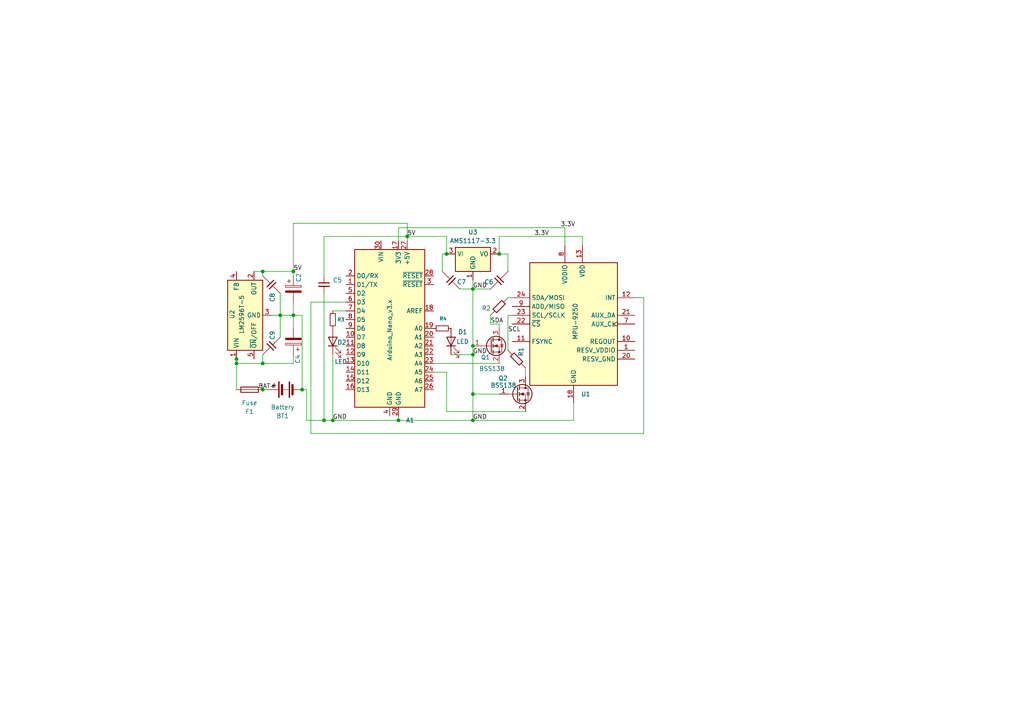
<source format=kicad_sch>
(kicad_sch
	(version 20250114)
	(generator "eeschema")
	(generator_version "9.0")
	(uuid "941de69e-f5da-47ff-8d5d-2f9e9fe09209")
	(paper "A4")
	(lib_symbols
		(symbol "Device:Battery"
			(pin_numbers
				(hide yes)
			)
			(pin_names
				(offset 0)
				(hide yes)
			)
			(exclude_from_sim no)
			(in_bom yes)
			(on_board yes)
			(property "Reference" "BT"
				(at 2.54 2.54 0)
				(effects
					(font
						(size 1.27 1.27)
					)
					(justify left)
				)
			)
			(property "Value" "Battery"
				(at 2.54 0 0)
				(effects
					(font
						(size 1.27 1.27)
					)
					(justify left)
				)
			)
			(property "Footprint" ""
				(at 0 1.524 90)
				(effects
					(font
						(size 1.27 1.27)
					)
					(hide yes)
				)
			)
			(property "Datasheet" "~"
				(at 0 1.524 90)
				(effects
					(font
						(size 1.27 1.27)
					)
					(hide yes)
				)
			)
			(property "Description" "Multiple-cell battery"
				(at 0 0 0)
				(effects
					(font
						(size 1.27 1.27)
					)
					(hide yes)
				)
			)
			(property "ki_keywords" "batt voltage-source cell"
				(at 0 0 0)
				(effects
					(font
						(size 1.27 1.27)
					)
					(hide yes)
				)
			)
			(symbol "Battery_0_1"
				(rectangle
					(start -2.286 1.778)
					(end 2.286 1.524)
					(stroke
						(width 0)
						(type default)
					)
					(fill
						(type outline)
					)
				)
				(rectangle
					(start -2.286 -1.27)
					(end 2.286 -1.524)
					(stroke
						(width 0)
						(type default)
					)
					(fill
						(type outline)
					)
				)
				(rectangle
					(start -1.524 1.016)
					(end 1.524 0.508)
					(stroke
						(width 0)
						(type default)
					)
					(fill
						(type outline)
					)
				)
				(rectangle
					(start -1.524 -2.032)
					(end 1.524 -2.54)
					(stroke
						(width 0)
						(type default)
					)
					(fill
						(type outline)
					)
				)
				(polyline
					(pts
						(xy 0 1.778) (xy 0 2.54)
					)
					(stroke
						(width 0)
						(type default)
					)
					(fill
						(type none)
					)
				)
				(polyline
					(pts
						(xy 0 0) (xy 0 0.254)
					)
					(stroke
						(width 0)
						(type default)
					)
					(fill
						(type none)
					)
				)
				(polyline
					(pts
						(xy 0 -0.508) (xy 0 -0.254)
					)
					(stroke
						(width 0)
						(type default)
					)
					(fill
						(type none)
					)
				)
				(polyline
					(pts
						(xy 0 -1.016) (xy 0 -0.762)
					)
					(stroke
						(width 0)
						(type default)
					)
					(fill
						(type none)
					)
				)
				(polyline
					(pts
						(xy 0.762 3.048) (xy 1.778 3.048)
					)
					(stroke
						(width 0.254)
						(type default)
					)
					(fill
						(type none)
					)
				)
				(polyline
					(pts
						(xy 1.27 3.556) (xy 1.27 2.54)
					)
					(stroke
						(width 0.254)
						(type default)
					)
					(fill
						(type none)
					)
				)
			)
			(symbol "Battery_1_1"
				(pin passive line
					(at 0 5.08 270)
					(length 2.54)
					(name "+"
						(effects
							(font
								(size 1.27 1.27)
							)
						)
					)
					(number "1"
						(effects
							(font
								(size 1.27 1.27)
							)
						)
					)
				)
				(pin passive line
					(at 0 -5.08 90)
					(length 2.54)
					(name "-"
						(effects
							(font
								(size 1.27 1.27)
							)
						)
					)
					(number "2"
						(effects
							(font
								(size 1.27 1.27)
							)
						)
					)
				)
			)
			(embedded_fonts no)
		)
		(symbol "Device:C_45deg"
			(pin_numbers
				(hide yes)
			)
			(pin_names
				(offset 0)
			)
			(exclude_from_sim no)
			(in_bom yes)
			(on_board yes)
			(property "Reference" "C"
				(at 3.81 2.54 0)
				(effects
					(font
						(size 1.27 1.27)
					)
				)
			)
			(property "Value" "C_45deg"
				(at 6.35 0 0)
				(effects
					(font
						(size 1.27 1.27)
					)
				)
			)
			(property "Footprint" ""
				(at 0 1.778 0)
				(effects
					(font
						(size 1.27 1.27)
					)
					(hide yes)
				)
			)
			(property "Datasheet" "~"
				(at 0 0 0)
				(effects
					(font
						(size 1.27 1.27)
					)
					(hide yes)
				)
			)
			(property "Description" "Unpolarized capacitor, rotated by 45°"
				(at 0 0 0)
				(effects
					(font
						(size 1.27 1.27)
					)
					(hide yes)
				)
			)
			(property "ki_keywords" "capacitor cap"
				(at 0 0 0)
				(effects
					(font
						(size 1.27 1.27)
					)
					(hide yes)
				)
			)
			(property "ki_fp_filters" "R_*"
				(at 0 0 0)
				(effects
					(font
						(size 1.27 1.27)
					)
					(hide yes)
				)
			)
			(symbol "C_45deg_0_1"
				(polyline
					(pts
						(xy -2.54 2.54) (xy -0.381 0.381)
					)
					(stroke
						(width 0)
						(type default)
					)
					(fill
						(type none)
					)
				)
				(polyline
					(pts
						(xy 2.54 -2.54) (xy 0.381 -0.381)
					)
					(stroke
						(width 0)
						(type default)
					)
					(fill
						(type none)
					)
				)
			)
			(symbol "C_45deg_1_1"
				(polyline
					(pts
						(xy 0.635 1.27) (xy -1.27 -0.635)
					)
					(stroke
						(width 0.3048)
						(type default)
					)
					(fill
						(type none)
					)
				)
				(polyline
					(pts
						(xy 1.27 0.635) (xy -0.635 -1.27)
					)
					(stroke
						(width 0.3048)
						(type default)
					)
					(fill
						(type none)
					)
				)
				(pin passive line
					(at -2.54 2.54 0)
					(length 0)
					(name "~"
						(effects
							(font
								(size 1.27 1.27)
							)
						)
					)
					(number "2"
						(effects
							(font
								(size 1.27 1.27)
							)
						)
					)
				)
				(pin passive line
					(at 2.54 -2.54 180)
					(length 0)
					(name "~"
						(effects
							(font
								(size 1.27 1.27)
							)
						)
					)
					(number "1"
						(effects
							(font
								(size 1.27 1.27)
							)
						)
					)
				)
			)
			(embedded_fonts no)
		)
		(symbol "Device:C_Polarized"
			(pin_numbers
				(hide yes)
			)
			(pin_names
				(offset 0.254)
			)
			(exclude_from_sim no)
			(in_bom yes)
			(on_board yes)
			(property "Reference" "C"
				(at 0.635 2.54 0)
				(effects
					(font
						(size 1.27 1.27)
					)
					(justify left)
				)
			)
			(property "Value" "C_Polarized"
				(at 0.635 -2.54 0)
				(effects
					(font
						(size 1.27 1.27)
					)
					(justify left)
				)
			)
			(property "Footprint" ""
				(at 0.9652 -3.81 0)
				(effects
					(font
						(size 1.27 1.27)
					)
					(hide yes)
				)
			)
			(property "Datasheet" "~"
				(at 0 0 0)
				(effects
					(font
						(size 1.27 1.27)
					)
					(hide yes)
				)
			)
			(property "Description" "Polarized capacitor"
				(at 0 0 0)
				(effects
					(font
						(size 1.27 1.27)
					)
					(hide yes)
				)
			)
			(property "ki_keywords" "cap capacitor"
				(at 0 0 0)
				(effects
					(font
						(size 1.27 1.27)
					)
					(hide yes)
				)
			)
			(property "ki_fp_filters" "CP_*"
				(at 0 0 0)
				(effects
					(font
						(size 1.27 1.27)
					)
					(hide yes)
				)
			)
			(symbol "C_Polarized_0_1"
				(rectangle
					(start -2.286 0.508)
					(end 2.286 1.016)
					(stroke
						(width 0)
						(type default)
					)
					(fill
						(type none)
					)
				)
				(polyline
					(pts
						(xy -1.778 2.286) (xy -0.762 2.286)
					)
					(stroke
						(width 0)
						(type default)
					)
					(fill
						(type none)
					)
				)
				(polyline
					(pts
						(xy -1.27 2.794) (xy -1.27 1.778)
					)
					(stroke
						(width 0)
						(type default)
					)
					(fill
						(type none)
					)
				)
				(rectangle
					(start 2.286 -0.508)
					(end -2.286 -1.016)
					(stroke
						(width 0)
						(type default)
					)
					(fill
						(type outline)
					)
				)
			)
			(symbol "C_Polarized_1_1"
				(pin passive line
					(at 0 3.81 270)
					(length 2.794)
					(name "~"
						(effects
							(font
								(size 1.27 1.27)
							)
						)
					)
					(number "1"
						(effects
							(font
								(size 1.27 1.27)
							)
						)
					)
				)
				(pin passive line
					(at 0 -3.81 90)
					(length 2.794)
					(name "~"
						(effects
							(font
								(size 1.27 1.27)
							)
						)
					)
					(number "2"
						(effects
							(font
								(size 1.27 1.27)
							)
						)
					)
				)
			)
			(embedded_fonts no)
		)
		(symbol "Device:C_Small"
			(pin_numbers
				(hide yes)
			)
			(pin_names
				(offset 0.254)
				(hide yes)
			)
			(exclude_from_sim no)
			(in_bom yes)
			(on_board yes)
			(property "Reference" "C"
				(at 0.254 1.778 0)
				(effects
					(font
						(size 1.27 1.27)
					)
					(justify left)
				)
			)
			(property "Value" "C_Small"
				(at 0.254 -2.032 0)
				(effects
					(font
						(size 1.27 1.27)
					)
					(justify left)
				)
			)
			(property "Footprint" ""
				(at 0 0 0)
				(effects
					(font
						(size 1.27 1.27)
					)
					(hide yes)
				)
			)
			(property "Datasheet" "~"
				(at 0 0 0)
				(effects
					(font
						(size 1.27 1.27)
					)
					(hide yes)
				)
			)
			(property "Description" "Unpolarized capacitor, small symbol"
				(at 0 0 0)
				(effects
					(font
						(size 1.27 1.27)
					)
					(hide yes)
				)
			)
			(property "ki_keywords" "capacitor cap"
				(at 0 0 0)
				(effects
					(font
						(size 1.27 1.27)
					)
					(hide yes)
				)
			)
			(property "ki_fp_filters" "C_*"
				(at 0 0 0)
				(effects
					(font
						(size 1.27 1.27)
					)
					(hide yes)
				)
			)
			(symbol "C_Small_0_1"
				(polyline
					(pts
						(xy -1.524 0.508) (xy 1.524 0.508)
					)
					(stroke
						(width 0.3048)
						(type default)
					)
					(fill
						(type none)
					)
				)
				(polyline
					(pts
						(xy -1.524 -0.508) (xy 1.524 -0.508)
					)
					(stroke
						(width 0.3302)
						(type default)
					)
					(fill
						(type none)
					)
				)
			)
			(symbol "C_Small_1_1"
				(pin passive line
					(at 0 2.54 270)
					(length 2.032)
					(name "~"
						(effects
							(font
								(size 1.27 1.27)
							)
						)
					)
					(number "1"
						(effects
							(font
								(size 1.27 1.27)
							)
						)
					)
				)
				(pin passive line
					(at 0 -2.54 90)
					(length 2.032)
					(name "~"
						(effects
							(font
								(size 1.27 1.27)
							)
						)
					)
					(number "2"
						(effects
							(font
								(size 1.27 1.27)
							)
						)
					)
				)
			)
			(embedded_fonts no)
		)
		(symbol "Device:Fuse"
			(pin_numbers
				(hide yes)
			)
			(pin_names
				(offset 0)
			)
			(exclude_from_sim no)
			(in_bom yes)
			(on_board yes)
			(property "Reference" "F"
				(at 2.032 0 90)
				(effects
					(font
						(size 1.27 1.27)
					)
				)
			)
			(property "Value" "Fuse"
				(at -1.905 0 90)
				(effects
					(font
						(size 1.27 1.27)
					)
				)
			)
			(property "Footprint" ""
				(at -1.778 0 90)
				(effects
					(font
						(size 1.27 1.27)
					)
					(hide yes)
				)
			)
			(property "Datasheet" "~"
				(at 0 0 0)
				(effects
					(font
						(size 1.27 1.27)
					)
					(hide yes)
				)
			)
			(property "Description" "Fuse"
				(at 0 0 0)
				(effects
					(font
						(size 1.27 1.27)
					)
					(hide yes)
				)
			)
			(property "ki_keywords" "fuse"
				(at 0 0 0)
				(effects
					(font
						(size 1.27 1.27)
					)
					(hide yes)
				)
			)
			(property "ki_fp_filters" "*Fuse*"
				(at 0 0 0)
				(effects
					(font
						(size 1.27 1.27)
					)
					(hide yes)
				)
			)
			(symbol "Fuse_0_1"
				(rectangle
					(start -0.762 -2.54)
					(end 0.762 2.54)
					(stroke
						(width 0.254)
						(type default)
					)
					(fill
						(type none)
					)
				)
				(polyline
					(pts
						(xy 0 2.54) (xy 0 -2.54)
					)
					(stroke
						(width 0)
						(type default)
					)
					(fill
						(type none)
					)
				)
			)
			(symbol "Fuse_1_1"
				(pin passive line
					(at 0 3.81 270)
					(length 1.27)
					(name "~"
						(effects
							(font
								(size 1.27 1.27)
							)
						)
					)
					(number "1"
						(effects
							(font
								(size 1.27 1.27)
							)
						)
					)
				)
				(pin passive line
					(at 0 -3.81 90)
					(length 1.27)
					(name "~"
						(effects
							(font
								(size 1.27 1.27)
							)
						)
					)
					(number "2"
						(effects
							(font
								(size 1.27 1.27)
							)
						)
					)
				)
			)
			(embedded_fonts no)
		)
		(symbol "Device:LED"
			(pin_numbers
				(hide yes)
			)
			(pin_names
				(offset 1.016)
				(hide yes)
			)
			(exclude_from_sim no)
			(in_bom yes)
			(on_board yes)
			(property "Reference" "D"
				(at 0 2.54 0)
				(effects
					(font
						(size 1.27 1.27)
					)
				)
			)
			(property "Value" "LED"
				(at 0 -2.54 0)
				(effects
					(font
						(size 1.27 1.27)
					)
				)
			)
			(property "Footprint" ""
				(at 0 0 0)
				(effects
					(font
						(size 1.27 1.27)
					)
					(hide yes)
				)
			)
			(property "Datasheet" "~"
				(at 0 0 0)
				(effects
					(font
						(size 1.27 1.27)
					)
					(hide yes)
				)
			)
			(property "Description" "Light emitting diode"
				(at 0 0 0)
				(effects
					(font
						(size 1.27 1.27)
					)
					(hide yes)
				)
			)
			(property "Sim.Pins" "1=K 2=A"
				(at 0 0 0)
				(effects
					(font
						(size 1.27 1.27)
					)
					(hide yes)
				)
			)
			(property "ki_keywords" "LED diode"
				(at 0 0 0)
				(effects
					(font
						(size 1.27 1.27)
					)
					(hide yes)
				)
			)
			(property "ki_fp_filters" "LED* LED_SMD:* LED_THT:*"
				(at 0 0 0)
				(effects
					(font
						(size 1.27 1.27)
					)
					(hide yes)
				)
			)
			(symbol "LED_0_1"
				(polyline
					(pts
						(xy -3.048 -0.762) (xy -4.572 -2.286) (xy -3.81 -2.286) (xy -4.572 -2.286) (xy -4.572 -1.524)
					)
					(stroke
						(width 0)
						(type default)
					)
					(fill
						(type none)
					)
				)
				(polyline
					(pts
						(xy -1.778 -0.762) (xy -3.302 -2.286) (xy -2.54 -2.286) (xy -3.302 -2.286) (xy -3.302 -1.524)
					)
					(stroke
						(width 0)
						(type default)
					)
					(fill
						(type none)
					)
				)
				(polyline
					(pts
						(xy -1.27 0) (xy 1.27 0)
					)
					(stroke
						(width 0)
						(type default)
					)
					(fill
						(type none)
					)
				)
				(polyline
					(pts
						(xy -1.27 -1.27) (xy -1.27 1.27)
					)
					(stroke
						(width 0.254)
						(type default)
					)
					(fill
						(type none)
					)
				)
				(polyline
					(pts
						(xy 1.27 -1.27) (xy 1.27 1.27) (xy -1.27 0) (xy 1.27 -1.27)
					)
					(stroke
						(width 0.254)
						(type default)
					)
					(fill
						(type none)
					)
				)
			)
			(symbol "LED_1_1"
				(pin passive line
					(at -3.81 0 0)
					(length 2.54)
					(name "K"
						(effects
							(font
								(size 1.27 1.27)
							)
						)
					)
					(number "1"
						(effects
							(font
								(size 1.27 1.27)
							)
						)
					)
				)
				(pin passive line
					(at 3.81 0 180)
					(length 2.54)
					(name "A"
						(effects
							(font
								(size 1.27 1.27)
							)
						)
					)
					(number "2"
						(effects
							(font
								(size 1.27 1.27)
							)
						)
					)
				)
			)
			(embedded_fonts no)
		)
		(symbol "Device:R_45deg"
			(pin_numbers
				(hide yes)
			)
			(pin_names
				(offset 0)
			)
			(exclude_from_sim no)
			(in_bom yes)
			(on_board yes)
			(property "Reference" "R"
				(at 5.08 2.54 0)
				(effects
					(font
						(size 1.27 1.27)
					)
				)
			)
			(property "Value" "R_45deg"
				(at 8.255 0.635 0)
				(effects
					(font
						(size 1.27 1.27)
					)
				)
			)
			(property "Footprint" ""
				(at 0 -1.778 0)
				(effects
					(font
						(size 1.27 1.27)
					)
					(hide yes)
				)
			)
			(property "Datasheet" "~"
				(at 0 0 0)
				(effects
					(font
						(size 1.27 1.27)
					)
					(hide yes)
				)
			)
			(property "Description" "Resistor, rotated by 45°"
				(at 0 0 0)
				(effects
					(font
						(size 1.27 1.27)
					)
					(hide yes)
				)
			)
			(property "ki_keywords" "R res resistor diagonal"
				(at 0 0 0)
				(effects
					(font
						(size 1.27 1.27)
					)
					(hide yes)
				)
			)
			(property "ki_fp_filters" "R_*"
				(at 0 0 0)
				(effects
					(font
						(size 1.27 1.27)
					)
					(hide yes)
				)
			)
			(symbol "R_45deg_0_1"
				(polyline
					(pts
						(xy -2.54 2.54) (xy -1.27 1.27)
					)
					(stroke
						(width 0)
						(type default)
					)
					(fill
						(type none)
					)
				)
				(polyline
					(pts
						(xy 1.27 -1.27) (xy 2.54 -2.54)
					)
					(stroke
						(width 0)
						(type default)
					)
					(fill
						(type none)
					)
				)
			)
			(symbol "R_45deg_1_1"
				(polyline
					(pts
						(xy -1.778 0.762) (xy 0.762 -1.778) (xy 1.778 -0.762) (xy -0.762 1.778) (xy -1.778 0.762)
					)
					(stroke
						(width 0.254)
						(type default)
					)
					(fill
						(type none)
					)
				)
				(pin passive line
					(at -2.54 2.54 0)
					(length 0)
					(name "~"
						(effects
							(font
								(size 1.27 1.27)
							)
						)
					)
					(number "1"
						(effects
							(font
								(size 1.27 1.27)
							)
						)
					)
				)
				(pin passive line
					(at 2.54 -2.54 180)
					(length 0)
					(name "~"
						(effects
							(font
								(size 1.27 1.27)
							)
						)
					)
					(number "2"
						(effects
							(font
								(size 1.27 1.27)
							)
						)
					)
				)
			)
			(embedded_fonts no)
		)
		(symbol "Device:R_Small"
			(pin_numbers
				(hide yes)
			)
			(pin_names
				(offset 0.254)
				(hide yes)
			)
			(exclude_from_sim no)
			(in_bom yes)
			(on_board yes)
			(property "Reference" "R"
				(at 0 0 90)
				(effects
					(font
						(size 1.016 1.016)
					)
				)
			)
			(property "Value" "R_Small"
				(at 1.778 0 90)
				(effects
					(font
						(size 1.27 1.27)
					)
				)
			)
			(property "Footprint" ""
				(at 0 0 0)
				(effects
					(font
						(size 1.27 1.27)
					)
					(hide yes)
				)
			)
			(property "Datasheet" "~"
				(at 0 0 0)
				(effects
					(font
						(size 1.27 1.27)
					)
					(hide yes)
				)
			)
			(property "Description" "Resistor, small symbol"
				(at 0 0 0)
				(effects
					(font
						(size 1.27 1.27)
					)
					(hide yes)
				)
			)
			(property "ki_keywords" "R resistor"
				(at 0 0 0)
				(effects
					(font
						(size 1.27 1.27)
					)
					(hide yes)
				)
			)
			(property "ki_fp_filters" "R_*"
				(at 0 0 0)
				(effects
					(font
						(size 1.27 1.27)
					)
					(hide yes)
				)
			)
			(symbol "R_Small_0_1"
				(rectangle
					(start -0.762 1.778)
					(end 0.762 -1.778)
					(stroke
						(width 0.2032)
						(type default)
					)
					(fill
						(type none)
					)
				)
			)
			(symbol "R_Small_1_1"
				(pin passive line
					(at 0 2.54 270)
					(length 0.762)
					(name "~"
						(effects
							(font
								(size 1.27 1.27)
							)
						)
					)
					(number "1"
						(effects
							(font
								(size 1.27 1.27)
							)
						)
					)
				)
				(pin passive line
					(at 0 -2.54 90)
					(length 0.762)
					(name "~"
						(effects
							(font
								(size 1.27 1.27)
							)
						)
					)
					(number "2"
						(effects
							(font
								(size 1.27 1.27)
							)
						)
					)
				)
			)
			(embedded_fonts no)
		)
		(symbol "MCU_Module:Arduino_Nano_v3.x"
			(exclude_from_sim no)
			(in_bom yes)
			(on_board yes)
			(property "Reference" "A"
				(at -10.16 23.495 0)
				(effects
					(font
						(size 1.27 1.27)
					)
					(justify left bottom)
				)
			)
			(property "Value" "Arduino_Nano_v3.x"
				(at 5.08 -24.13 0)
				(effects
					(font
						(size 1.27 1.27)
					)
					(justify left top)
				)
			)
			(property "Footprint" "Module:Arduino_Nano"
				(at 0 0 0)
				(effects
					(font
						(size 1.27 1.27)
						(italic yes)
					)
					(hide yes)
				)
			)
			(property "Datasheet" "http://www.mouser.com/pdfdocs/Gravitech_Arduino_Nano3_0.pdf"
				(at 0 0 0)
				(effects
					(font
						(size 1.27 1.27)
					)
					(hide yes)
				)
			)
			(property "Description" "Arduino Nano v3.x"
				(at 0 0 0)
				(effects
					(font
						(size 1.27 1.27)
					)
					(hide yes)
				)
			)
			(property "ki_keywords" "Arduino nano microcontroller module USB"
				(at 0 0 0)
				(effects
					(font
						(size 1.27 1.27)
					)
					(hide yes)
				)
			)
			(property "ki_fp_filters" "Arduino*Nano*"
				(at 0 0 0)
				(effects
					(font
						(size 1.27 1.27)
					)
					(hide yes)
				)
			)
			(symbol "Arduino_Nano_v3.x_0_1"
				(rectangle
					(start -10.16 22.86)
					(end 10.16 -22.86)
					(stroke
						(width 0.254)
						(type default)
					)
					(fill
						(type background)
					)
				)
			)
			(symbol "Arduino_Nano_v3.x_1_1"
				(pin bidirectional line
					(at -12.7 15.24 0)
					(length 2.54)
					(name "D0/RX"
						(effects
							(font
								(size 1.27 1.27)
							)
						)
					)
					(number "2"
						(effects
							(font
								(size 1.27 1.27)
							)
						)
					)
				)
				(pin bidirectional line
					(at -12.7 12.7 0)
					(length 2.54)
					(name "D1/TX"
						(effects
							(font
								(size 1.27 1.27)
							)
						)
					)
					(number "1"
						(effects
							(font
								(size 1.27 1.27)
							)
						)
					)
				)
				(pin bidirectional line
					(at -12.7 10.16 0)
					(length 2.54)
					(name "D2"
						(effects
							(font
								(size 1.27 1.27)
							)
						)
					)
					(number "5"
						(effects
							(font
								(size 1.27 1.27)
							)
						)
					)
				)
				(pin bidirectional line
					(at -12.7 7.62 0)
					(length 2.54)
					(name "D3"
						(effects
							(font
								(size 1.27 1.27)
							)
						)
					)
					(number "6"
						(effects
							(font
								(size 1.27 1.27)
							)
						)
					)
				)
				(pin bidirectional line
					(at -12.7 5.08 0)
					(length 2.54)
					(name "D4"
						(effects
							(font
								(size 1.27 1.27)
							)
						)
					)
					(number "7"
						(effects
							(font
								(size 1.27 1.27)
							)
						)
					)
				)
				(pin bidirectional line
					(at -12.7 2.54 0)
					(length 2.54)
					(name "D5"
						(effects
							(font
								(size 1.27 1.27)
							)
						)
					)
					(number "8"
						(effects
							(font
								(size 1.27 1.27)
							)
						)
					)
				)
				(pin bidirectional line
					(at -12.7 0 0)
					(length 2.54)
					(name "D6"
						(effects
							(font
								(size 1.27 1.27)
							)
						)
					)
					(number "9"
						(effects
							(font
								(size 1.27 1.27)
							)
						)
					)
				)
				(pin bidirectional line
					(at -12.7 -2.54 0)
					(length 2.54)
					(name "D7"
						(effects
							(font
								(size 1.27 1.27)
							)
						)
					)
					(number "10"
						(effects
							(font
								(size 1.27 1.27)
							)
						)
					)
				)
				(pin bidirectional line
					(at -12.7 -5.08 0)
					(length 2.54)
					(name "D8"
						(effects
							(font
								(size 1.27 1.27)
							)
						)
					)
					(number "11"
						(effects
							(font
								(size 1.27 1.27)
							)
						)
					)
				)
				(pin bidirectional line
					(at -12.7 -7.62 0)
					(length 2.54)
					(name "D9"
						(effects
							(font
								(size 1.27 1.27)
							)
						)
					)
					(number "12"
						(effects
							(font
								(size 1.27 1.27)
							)
						)
					)
				)
				(pin bidirectional line
					(at -12.7 -10.16 0)
					(length 2.54)
					(name "D10"
						(effects
							(font
								(size 1.27 1.27)
							)
						)
					)
					(number "13"
						(effects
							(font
								(size 1.27 1.27)
							)
						)
					)
				)
				(pin bidirectional line
					(at -12.7 -12.7 0)
					(length 2.54)
					(name "D11"
						(effects
							(font
								(size 1.27 1.27)
							)
						)
					)
					(number "14"
						(effects
							(font
								(size 1.27 1.27)
							)
						)
					)
				)
				(pin bidirectional line
					(at -12.7 -15.24 0)
					(length 2.54)
					(name "D12"
						(effects
							(font
								(size 1.27 1.27)
							)
						)
					)
					(number "15"
						(effects
							(font
								(size 1.27 1.27)
							)
						)
					)
				)
				(pin bidirectional line
					(at -12.7 -17.78 0)
					(length 2.54)
					(name "D13"
						(effects
							(font
								(size 1.27 1.27)
							)
						)
					)
					(number "16"
						(effects
							(font
								(size 1.27 1.27)
							)
						)
					)
				)
				(pin power_in line
					(at -2.54 25.4 270)
					(length 2.54)
					(name "VIN"
						(effects
							(font
								(size 1.27 1.27)
							)
						)
					)
					(number "30"
						(effects
							(font
								(size 1.27 1.27)
							)
						)
					)
				)
				(pin power_in line
					(at 0 -25.4 90)
					(length 2.54)
					(name "GND"
						(effects
							(font
								(size 1.27 1.27)
							)
						)
					)
					(number "4"
						(effects
							(font
								(size 1.27 1.27)
							)
						)
					)
				)
				(pin power_out line
					(at 2.54 25.4 270)
					(length 2.54)
					(name "3V3"
						(effects
							(font
								(size 1.27 1.27)
							)
						)
					)
					(number "17"
						(effects
							(font
								(size 1.27 1.27)
							)
						)
					)
				)
				(pin power_in line
					(at 2.54 -25.4 90)
					(length 2.54)
					(name "GND"
						(effects
							(font
								(size 1.27 1.27)
							)
						)
					)
					(number "29"
						(effects
							(font
								(size 1.27 1.27)
							)
						)
					)
				)
				(pin power_out line
					(at 5.08 25.4 270)
					(length 2.54)
					(name "+5V"
						(effects
							(font
								(size 1.27 1.27)
							)
						)
					)
					(number "27"
						(effects
							(font
								(size 1.27 1.27)
							)
						)
					)
				)
				(pin input line
					(at 12.7 15.24 180)
					(length 2.54)
					(name "~{RESET}"
						(effects
							(font
								(size 1.27 1.27)
							)
						)
					)
					(number "28"
						(effects
							(font
								(size 1.27 1.27)
							)
						)
					)
				)
				(pin input line
					(at 12.7 12.7 180)
					(length 2.54)
					(name "~{RESET}"
						(effects
							(font
								(size 1.27 1.27)
							)
						)
					)
					(number "3"
						(effects
							(font
								(size 1.27 1.27)
							)
						)
					)
				)
				(pin input line
					(at 12.7 5.08 180)
					(length 2.54)
					(name "AREF"
						(effects
							(font
								(size 1.27 1.27)
							)
						)
					)
					(number "18"
						(effects
							(font
								(size 1.27 1.27)
							)
						)
					)
				)
				(pin bidirectional line
					(at 12.7 0 180)
					(length 2.54)
					(name "A0"
						(effects
							(font
								(size 1.27 1.27)
							)
						)
					)
					(number "19"
						(effects
							(font
								(size 1.27 1.27)
							)
						)
					)
				)
				(pin bidirectional line
					(at 12.7 -2.54 180)
					(length 2.54)
					(name "A1"
						(effects
							(font
								(size 1.27 1.27)
							)
						)
					)
					(number "20"
						(effects
							(font
								(size 1.27 1.27)
							)
						)
					)
				)
				(pin bidirectional line
					(at 12.7 -5.08 180)
					(length 2.54)
					(name "A2"
						(effects
							(font
								(size 1.27 1.27)
							)
						)
					)
					(number "21"
						(effects
							(font
								(size 1.27 1.27)
							)
						)
					)
				)
				(pin bidirectional line
					(at 12.7 -7.62 180)
					(length 2.54)
					(name "A3"
						(effects
							(font
								(size 1.27 1.27)
							)
						)
					)
					(number "22"
						(effects
							(font
								(size 1.27 1.27)
							)
						)
					)
				)
				(pin bidirectional line
					(at 12.7 -10.16 180)
					(length 2.54)
					(name "A4"
						(effects
							(font
								(size 1.27 1.27)
							)
						)
					)
					(number "23"
						(effects
							(font
								(size 1.27 1.27)
							)
						)
					)
				)
				(pin bidirectional line
					(at 12.7 -12.7 180)
					(length 2.54)
					(name "A5"
						(effects
							(font
								(size 1.27 1.27)
							)
						)
					)
					(number "24"
						(effects
							(font
								(size 1.27 1.27)
							)
						)
					)
				)
				(pin bidirectional line
					(at 12.7 -15.24 180)
					(length 2.54)
					(name "A6"
						(effects
							(font
								(size 1.27 1.27)
							)
						)
					)
					(number "25"
						(effects
							(font
								(size 1.27 1.27)
							)
						)
					)
				)
				(pin bidirectional line
					(at 12.7 -17.78 180)
					(length 2.54)
					(name "A7"
						(effects
							(font
								(size 1.27 1.27)
							)
						)
					)
					(number "26"
						(effects
							(font
								(size 1.27 1.27)
							)
						)
					)
				)
			)
			(embedded_fonts no)
		)
		(symbol "Regulator_Linear:AMS1117-3.3"
			(exclude_from_sim no)
			(in_bom yes)
			(on_board yes)
			(property "Reference" "U"
				(at -3.81 3.175 0)
				(effects
					(font
						(size 1.27 1.27)
					)
				)
			)
			(property "Value" "AMS1117-3.3"
				(at 0 3.175 0)
				(effects
					(font
						(size 1.27 1.27)
					)
					(justify left)
				)
			)
			(property "Footprint" "Package_TO_SOT_SMD:SOT-223-3_TabPin2"
				(at 0 5.08 0)
				(effects
					(font
						(size 1.27 1.27)
					)
					(hide yes)
				)
			)
			(property "Datasheet" "http://www.advanced-monolithic.com/pdf/ds1117.pdf"
				(at 2.54 -6.35 0)
				(effects
					(font
						(size 1.27 1.27)
					)
					(hide yes)
				)
			)
			(property "Description" "1A Low Dropout regulator, positive, 3.3V fixed output, SOT-223"
				(at 0 0 0)
				(effects
					(font
						(size 1.27 1.27)
					)
					(hide yes)
				)
			)
			(property "ki_keywords" "linear regulator ldo fixed positive"
				(at 0 0 0)
				(effects
					(font
						(size 1.27 1.27)
					)
					(hide yes)
				)
			)
			(property "ki_fp_filters" "SOT?223*TabPin2*"
				(at 0 0 0)
				(effects
					(font
						(size 1.27 1.27)
					)
					(hide yes)
				)
			)
			(symbol "AMS1117-3.3_0_1"
				(rectangle
					(start -5.08 -5.08)
					(end 5.08 1.905)
					(stroke
						(width 0.254)
						(type default)
					)
					(fill
						(type background)
					)
				)
			)
			(symbol "AMS1117-3.3_1_1"
				(pin power_in line
					(at -7.62 0 0)
					(length 2.54)
					(name "VI"
						(effects
							(font
								(size 1.27 1.27)
							)
						)
					)
					(number "3"
						(effects
							(font
								(size 1.27 1.27)
							)
						)
					)
				)
				(pin power_in line
					(at 0 -7.62 90)
					(length 2.54)
					(name "GND"
						(effects
							(font
								(size 1.27 1.27)
							)
						)
					)
					(number "1"
						(effects
							(font
								(size 1.27 1.27)
							)
						)
					)
				)
				(pin power_out line
					(at 7.62 0 180)
					(length 2.54)
					(name "VO"
						(effects
							(font
								(size 1.27 1.27)
							)
						)
					)
					(number "2"
						(effects
							(font
								(size 1.27 1.27)
							)
						)
					)
				)
			)
			(embedded_fonts no)
		)
		(symbol "Regulator_Switching:LM2596T-5"
			(exclude_from_sim no)
			(in_bom yes)
			(on_board yes)
			(property "Reference" "U"
				(at -10.16 6.35 0)
				(effects
					(font
						(size 1.27 1.27)
					)
					(justify left)
				)
			)
			(property "Value" "LM2596T-5"
				(at 0 6.35 0)
				(effects
					(font
						(size 1.27 1.27)
					)
					(justify left)
				)
			)
			(property "Footprint" "Package_TO_SOT_THT:TO-220-5_P3.4x3.7mm_StaggerOdd_Lead3.8mm_Vertical"
				(at 1.27 -6.35 0)
				(effects
					(font
						(size 1.27 1.27)
						(italic yes)
					)
					(justify left)
					(hide yes)
				)
			)
			(property "Datasheet" "http://www.ti.com/lit/ds/symlink/lm2596.pdf"
				(at 0 0 0)
				(effects
					(font
						(size 1.27 1.27)
					)
					(hide yes)
				)
			)
			(property "Description" "5V 3A 150kHz Step-Down Voltage Regulator, TO-220"
				(at 0 0 0)
				(effects
					(font
						(size 1.27 1.27)
					)
					(hide yes)
				)
			)
			(property "ki_keywords" "Step-Down Voltage Regulator 5V 3A"
				(at 0 0 0)
				(effects
					(font
						(size 1.27 1.27)
					)
					(hide yes)
				)
			)
			(property "ki_fp_filters" "TO?220*"
				(at 0 0 0)
				(effects
					(font
						(size 1.27 1.27)
					)
					(hide yes)
				)
			)
			(symbol "LM2596T-5_0_1"
				(rectangle
					(start -10.16 5.08)
					(end 10.16 -5.08)
					(stroke
						(width 0.254)
						(type default)
					)
					(fill
						(type background)
					)
				)
			)
			(symbol "LM2596T-5_1_1"
				(pin power_in line
					(at -12.7 2.54 0)
					(length 2.54)
					(name "VIN"
						(effects
							(font
								(size 1.27 1.27)
							)
						)
					)
					(number "1"
						(effects
							(font
								(size 1.27 1.27)
							)
						)
					)
				)
				(pin input line
					(at -12.7 -2.54 0)
					(length 2.54)
					(name "~{ON}/OFF"
						(effects
							(font
								(size 1.27 1.27)
							)
						)
					)
					(number "5"
						(effects
							(font
								(size 1.27 1.27)
							)
						)
					)
				)
				(pin power_in line
					(at 0 -7.62 90)
					(length 2.54)
					(name "GND"
						(effects
							(font
								(size 1.27 1.27)
							)
						)
					)
					(number "3"
						(effects
							(font
								(size 1.27 1.27)
							)
						)
					)
				)
				(pin input line
					(at 12.7 2.54 180)
					(length 2.54)
					(name "FB"
						(effects
							(font
								(size 1.27 1.27)
							)
						)
					)
					(number "4"
						(effects
							(font
								(size 1.27 1.27)
							)
						)
					)
				)
				(pin output line
					(at 12.7 -2.54 180)
					(length 2.54)
					(name "OUT"
						(effects
							(font
								(size 1.27 1.27)
							)
						)
					)
					(number "2"
						(effects
							(font
								(size 1.27 1.27)
							)
						)
					)
				)
			)
			(embedded_fonts no)
		)
		(symbol "Sensor_Motion:MPU-9250"
			(exclude_from_sim no)
			(in_bom yes)
			(on_board yes)
			(property "Reference" "U"
				(at -11.43 19.05 0)
				(effects
					(font
						(size 1.27 1.27)
					)
				)
			)
			(property "Value" "MPU-9250"
				(at 7.62 -19.05 0)
				(effects
					(font
						(size 1.27 1.27)
					)
				)
			)
			(property "Footprint" "Sensor_Motion:InvenSense_QFN-24_3x3mm_P0.4mm"
				(at 0 -25.4 0)
				(effects
					(font
						(size 1.27 1.27)
					)
					(hide yes)
				)
			)
			(property "Datasheet" "https://invensense.tdk.com/wp-content/uploads/2015/02/PS-MPU-9250A-01-v1.1.pdf"
				(at 0 -3.81 0)
				(effects
					(font
						(size 1.27 1.27)
					)
					(hide yes)
				)
			)
			(property "Description" "InvenSense 9-Axis Motion Sensor, Accelerometer, Gyroscope, Compass, I2C/SPI"
				(at 0 0 0)
				(effects
					(font
						(size 1.27 1.27)
					)
					(hide yes)
				)
			)
			(property "ki_keywords" "mems magnetometer"
				(at 0 0 0)
				(effects
					(font
						(size 1.27 1.27)
					)
					(hide yes)
				)
			)
			(property "ki_fp_filters" "*QFN?24*3x3mm*P0.4mm*"
				(at 0 0 0)
				(effects
					(font
						(size 1.27 1.27)
					)
					(hide yes)
				)
			)
			(symbol "MPU-9250_0_1"
				(rectangle
					(start -12.7 17.78)
					(end 12.7 -17.78)
					(stroke
						(width 0.254)
						(type default)
					)
					(fill
						(type background)
					)
				)
			)
			(symbol "MPU-9250_1_1"
				(pin bidirectional line
					(at -17.78 7.62 0)
					(length 5.08)
					(name "SDA/MOSI"
						(effects
							(font
								(size 1.27 1.27)
							)
						)
					)
					(number "24"
						(effects
							(font
								(size 1.27 1.27)
							)
						)
					)
				)
				(pin bidirectional line
					(at -17.78 5.08 0)
					(length 5.08)
					(name "AD0/MISO"
						(effects
							(font
								(size 1.27 1.27)
							)
						)
					)
					(number "9"
						(effects
							(font
								(size 1.27 1.27)
							)
						)
					)
				)
				(pin input line
					(at -17.78 2.54 0)
					(length 5.08)
					(name "SCL/SCLK"
						(effects
							(font
								(size 1.27 1.27)
							)
						)
					)
					(number "23"
						(effects
							(font
								(size 1.27 1.27)
							)
						)
					)
				)
				(pin input line
					(at -17.78 0 0)
					(length 5.08)
					(name "~{CS}"
						(effects
							(font
								(size 1.27 1.27)
							)
						)
					)
					(number "22"
						(effects
							(font
								(size 1.27 1.27)
							)
						)
					)
				)
				(pin input line
					(at -17.78 -5.08 0)
					(length 5.08)
					(name "FSYNC"
						(effects
							(font
								(size 1.27 1.27)
							)
						)
					)
					(number "11"
						(effects
							(font
								(size 1.27 1.27)
							)
						)
					)
				)
				(pin power_in line
					(at -2.54 22.86 270)
					(length 5.08)
					(name "VDDIO"
						(effects
							(font
								(size 1.27 1.27)
							)
						)
					)
					(number "8"
						(effects
							(font
								(size 1.27 1.27)
							)
						)
					)
				)
				(pin power_in line
					(at 0 -22.86 90)
					(length 5.08)
					(name "GND"
						(effects
							(font
								(size 1.27 1.27)
							)
						)
					)
					(number "18"
						(effects
							(font
								(size 1.27 1.27)
							)
						)
					)
				)
				(pin power_in line
					(at 2.54 22.86 270)
					(length 5.08)
					(name "VDD"
						(effects
							(font
								(size 1.27 1.27)
							)
						)
					)
					(number "13"
						(effects
							(font
								(size 1.27 1.27)
							)
						)
					)
				)
				(pin output line
					(at 17.78 7.62 180)
					(length 5.08)
					(name "INT"
						(effects
							(font
								(size 1.27 1.27)
							)
						)
					)
					(number "12"
						(effects
							(font
								(size 1.27 1.27)
							)
						)
					)
				)
				(pin bidirectional line
					(at 17.78 2.54 180)
					(length 5.08)
					(name "AUX_DA"
						(effects
							(font
								(size 1.27 1.27)
							)
						)
					)
					(number "21"
						(effects
							(font
								(size 1.27 1.27)
							)
						)
					)
				)
				(pin output clock
					(at 17.78 0 180)
					(length 5.08)
					(name "AUX_CL"
						(effects
							(font
								(size 1.27 1.27)
							)
						)
					)
					(number "7"
						(effects
							(font
								(size 1.27 1.27)
							)
						)
					)
				)
				(pin passive line
					(at 17.78 -5.08 180)
					(length 5.08)
					(name "REGOUT"
						(effects
							(font
								(size 1.27 1.27)
							)
						)
					)
					(number "10"
						(effects
							(font
								(size 1.27 1.27)
							)
						)
					)
				)
				(pin input line
					(at 17.78 -7.62 180)
					(length 5.08)
					(name "RESV_VDDIO"
						(effects
							(font
								(size 1.27 1.27)
							)
						)
					)
					(number "1"
						(effects
							(font
								(size 1.27 1.27)
							)
						)
					)
				)
				(pin power_in line
					(at 17.78 -10.16 180)
					(length 5.08)
					(name "RESV_GND"
						(effects
							(font
								(size 1.27 1.27)
							)
						)
					)
					(number "20"
						(effects
							(font
								(size 1.27 1.27)
							)
						)
					)
				)
			)
			(embedded_fonts no)
		)
		(symbol "Transistor_FET:BSS138"
			(pin_names
				(hide yes)
			)
			(exclude_from_sim no)
			(in_bom yes)
			(on_board yes)
			(property "Reference" "Q"
				(at 5.08 1.905 0)
				(effects
					(font
						(size 1.27 1.27)
					)
					(justify left)
				)
			)
			(property "Value" "BSS138"
				(at 5.08 0 0)
				(effects
					(font
						(size 1.27 1.27)
					)
					(justify left)
				)
			)
			(property "Footprint" "Package_TO_SOT_SMD:SOT-23"
				(at 5.08 -1.905 0)
				(effects
					(font
						(size 1.27 1.27)
						(italic yes)
					)
					(justify left)
					(hide yes)
				)
			)
			(property "Datasheet" "https://www.onsemi.com/pub/Collateral/BSS138-D.PDF"
				(at 5.08 -3.81 0)
				(effects
					(font
						(size 1.27 1.27)
					)
					(justify left)
					(hide yes)
				)
			)
			(property "Description" "50V Vds, 0.22A Id, N-Channel MOSFET, SOT-23"
				(at 0 0 0)
				(effects
					(font
						(size 1.27 1.27)
					)
					(hide yes)
				)
			)
			(property "ki_keywords" "N-Channel MOSFET"
				(at 0 0 0)
				(effects
					(font
						(size 1.27 1.27)
					)
					(hide yes)
				)
			)
			(property "ki_fp_filters" "SOT?23*"
				(at 0 0 0)
				(effects
					(font
						(size 1.27 1.27)
					)
					(hide yes)
				)
			)
			(symbol "BSS138_0_1"
				(polyline
					(pts
						(xy 0.254 1.905) (xy 0.254 -1.905)
					)
					(stroke
						(width 0.254)
						(type default)
					)
					(fill
						(type none)
					)
				)
				(polyline
					(pts
						(xy 0.254 0) (xy -2.54 0)
					)
					(stroke
						(width 0)
						(type default)
					)
					(fill
						(type none)
					)
				)
				(polyline
					(pts
						(xy 0.762 2.286) (xy 0.762 1.27)
					)
					(stroke
						(width 0.254)
						(type default)
					)
					(fill
						(type none)
					)
				)
				(polyline
					(pts
						(xy 0.762 0.508) (xy 0.762 -0.508)
					)
					(stroke
						(width 0.254)
						(type default)
					)
					(fill
						(type none)
					)
				)
				(polyline
					(pts
						(xy 0.762 -1.27) (xy 0.762 -2.286)
					)
					(stroke
						(width 0.254)
						(type default)
					)
					(fill
						(type none)
					)
				)
				(polyline
					(pts
						(xy 0.762 -1.778) (xy 3.302 -1.778) (xy 3.302 1.778) (xy 0.762 1.778)
					)
					(stroke
						(width 0)
						(type default)
					)
					(fill
						(type none)
					)
				)
				(polyline
					(pts
						(xy 1.016 0) (xy 2.032 0.381) (xy 2.032 -0.381) (xy 1.016 0)
					)
					(stroke
						(width 0)
						(type default)
					)
					(fill
						(type outline)
					)
				)
				(circle
					(center 1.651 0)
					(radius 2.794)
					(stroke
						(width 0.254)
						(type default)
					)
					(fill
						(type none)
					)
				)
				(polyline
					(pts
						(xy 2.54 2.54) (xy 2.54 1.778)
					)
					(stroke
						(width 0)
						(type default)
					)
					(fill
						(type none)
					)
				)
				(circle
					(center 2.54 1.778)
					(radius 0.254)
					(stroke
						(width 0)
						(type default)
					)
					(fill
						(type outline)
					)
				)
				(circle
					(center 2.54 -1.778)
					(radius 0.254)
					(stroke
						(width 0)
						(type default)
					)
					(fill
						(type outline)
					)
				)
				(polyline
					(pts
						(xy 2.54 -2.54) (xy 2.54 0) (xy 0.762 0)
					)
					(stroke
						(width 0)
						(type default)
					)
					(fill
						(type none)
					)
				)
				(polyline
					(pts
						(xy 2.794 0.508) (xy 2.921 0.381) (xy 3.683 0.381) (xy 3.81 0.254)
					)
					(stroke
						(width 0)
						(type default)
					)
					(fill
						(type none)
					)
				)
				(polyline
					(pts
						(xy 3.302 0.381) (xy 2.921 -0.254) (xy 3.683 -0.254) (xy 3.302 0.381)
					)
					(stroke
						(width 0)
						(type default)
					)
					(fill
						(type none)
					)
				)
			)
			(symbol "BSS138_1_1"
				(pin input line
					(at -5.08 0 0)
					(length 2.54)
					(name "G"
						(effects
							(font
								(size 1.27 1.27)
							)
						)
					)
					(number "1"
						(effects
							(font
								(size 1.27 1.27)
							)
						)
					)
				)
				(pin passive line
					(at 2.54 5.08 270)
					(length 2.54)
					(name "D"
						(effects
							(font
								(size 1.27 1.27)
							)
						)
					)
					(number "3"
						(effects
							(font
								(size 1.27 1.27)
							)
						)
					)
				)
				(pin passive line
					(at 2.54 -5.08 90)
					(length 2.54)
					(name "S"
						(effects
							(font
								(size 1.27 1.27)
							)
						)
					)
					(number "2"
						(effects
							(font
								(size 1.27 1.27)
							)
						)
					)
				)
			)
			(embedded_fonts no)
		)
	)
	(junction
		(at 68.58 105.41)
		(diameter 0)
		(color 0 0 0 0)
		(uuid "04816303-7443-4348-a83f-50c0e8d2b751")
	)
	(junction
		(at 115.57 121.92)
		(diameter 0)
		(color 0 0 0 0)
		(uuid "099c6f8d-b48c-4ba9-b933-f26eb8ad6511")
	)
	(junction
		(at 118.11 68.58)
		(diameter 0)
		(color 0 0 0 0)
		(uuid "0e5f450b-f210-4189-99b5-a4064b86c844")
	)
	(junction
		(at 81.28 91.44)
		(diameter 0)
		(color 0 0 0 0)
		(uuid "1d9c39c7-aa3d-484c-bd61-eec2da7063f6")
	)
	(junction
		(at 137.16 114.3)
		(diameter 0)
		(color 0 0 0 0)
		(uuid "3286ca8b-4867-4bf0-83e7-7d9e20641fb6")
	)
	(junction
		(at 85.09 91.44)
		(diameter 0)
		(color 0 0 0 0)
		(uuid "3caaf3b4-6cfb-4324-9af2-57dc3c31a700")
	)
	(junction
		(at 137.16 121.92)
		(diameter 0)
		(color 0 0 0 0)
		(uuid "55e1f067-e658-4054-9cf5-b27d73c934ac")
	)
	(junction
		(at 137.16 102.87)
		(diameter 0)
		(color 0 0 0 0)
		(uuid "5852cdf8-584a-4f5c-8a35-dddb87659126")
	)
	(junction
		(at 129.54 73.66)
		(diameter 0)
		(color 0 0 0 0)
		(uuid "6a609339-6fbe-4a9b-874d-1d2ce5820cf8")
	)
	(junction
		(at 96.52 121.92)
		(diameter 0)
		(color 0 0 0 0)
		(uuid "8922a943-3180-4a01-8d7d-6d6cde90c68e")
	)
	(junction
		(at 87.63 113.03)
		(diameter 0)
		(color 0 0 0 0)
		(uuid "90c05120-da59-4030-b491-b61a7fbd4d58")
	)
	(junction
		(at 76.2 78.74)
		(diameter 0)
		(color 0 0 0 0)
		(uuid "9fadc3bf-70c3-4764-9d7e-f1efe52180bd")
	)
	(junction
		(at 93.98 121.92)
		(diameter 0)
		(color 0 0 0 0)
		(uuid "a7b3efe8-dfba-402e-90c6-62c2b4ab5082")
	)
	(junction
		(at 76.2 105.41)
		(diameter 0)
		(color 0 0 0 0)
		(uuid "b0223807-ab4c-4883-a50a-8a6a888daa50")
	)
	(junction
		(at 85.09 78.74)
		(diameter 0)
		(color 0 0 0 0)
		(uuid "b8f4353c-95b1-4c09-9a0b-f971f9fe6d24")
	)
	(junction
		(at 76.2 113.03)
		(diameter 0)
		(color 0 0 0 0)
		(uuid "ba03959f-a417-4c5e-af5a-5a9177a03c9e")
	)
	(junction
		(at 137.16 83.82)
		(diameter 0)
		(color 0 0 0 0)
		(uuid "e28da747-ee7e-42d4-a479-07708024e387")
	)
	(junction
		(at 144.78 73.66)
		(diameter 0)
		(color 0 0 0 0)
		(uuid "e6b1bf99-8203-4ee2-a156-26df96d40658")
	)
	(junction
		(at 137.16 100.33)
		(diameter 0)
		(color 0 0 0 0)
		(uuid "f1c47994-1e56-4c7e-afe8-5f7c90b3b7a2")
	)
	(junction
		(at 68.58 104.14)
		(diameter 0)
		(color 0 0 0 0)
		(uuid "fb157119-61b8-4222-ab50-155f8a7a5191")
	)
	(wire
		(pts
			(xy 76.2 113.03) (xy 77.47 113.03)
		)
		(stroke
			(width 0)
			(type default)
		)
		(uuid "0408cf44-f34f-4f3d-bd15-c12b2fbe8ae3")
	)
	(wire
		(pts
			(xy 133.35 83.82) (xy 137.16 83.82)
		)
		(stroke
			(width 0)
			(type default)
		)
		(uuid "048b2791-b2c9-419b-a694-27a32ef05dab")
	)
	(wire
		(pts
			(xy 96.52 121.92) (xy 115.57 121.92)
		)
		(stroke
			(width 0)
			(type default)
		)
		(uuid "05148b69-3a54-4c1b-845d-d5f8a9535929")
	)
	(wire
		(pts
			(xy 93.98 68.58) (xy 118.11 68.58)
		)
		(stroke
			(width 0)
			(type default)
		)
		(uuid "083e9fda-5d46-4a39-b930-70db03ffea1f")
	)
	(wire
		(pts
			(xy 137.16 83.82) (xy 137.16 100.33)
		)
		(stroke
			(width 0)
			(type default)
		)
		(uuid "0aeda662-321f-4534-b5af-0cb8ee95824c")
	)
	(wire
		(pts
			(xy 68.58 102.87) (xy 68.58 104.14)
		)
		(stroke
			(width 0)
			(type default)
		)
		(uuid "0e2f8667-754e-4961-a1bb-16fbc031b8d8")
	)
	(wire
		(pts
			(xy 147.32 101.6) (xy 147.32 91.44)
		)
		(stroke
			(width 0)
			(type default)
		)
		(uuid "16aabf4f-235b-415d-b798-9de15de27645")
	)
	(wire
		(pts
			(xy 144.78 105.41) (xy 125.73 105.41)
		)
		(stroke
			(width 0)
			(type default)
		)
		(uuid "16f31bb9-d8af-4542-a039-5b485e46f144")
	)
	(wire
		(pts
			(xy 81.28 91.44) (xy 81.28 85.09)
		)
		(stroke
			(width 0)
			(type default)
		)
		(uuid "178e7f53-f0e5-4762-8e36-6a1079e10703")
	)
	(wire
		(pts
			(xy 129.54 73.66) (xy 129.54 68.58)
		)
		(stroke
			(width 0)
			(type default)
		)
		(uuid "178e86e8-e89d-4f2c-bf35-07d5ad9f793d")
	)
	(wire
		(pts
			(xy 81.28 97.79) (xy 81.28 91.44)
		)
		(stroke
			(width 0)
			(type default)
		)
		(uuid "1817c5ea-844b-470b-83d2-e65e9ffb6f93")
	)
	(wire
		(pts
			(xy 137.16 102.87) (xy 137.16 114.3)
		)
		(stroke
			(width 0)
			(type default)
		)
		(uuid "185ad1f6-0e2e-4385-b7fd-b77beafe1e5e")
	)
	(wire
		(pts
			(xy 144.78 68.58) (xy 144.78 73.66)
		)
		(stroke
			(width 0)
			(type default)
		)
		(uuid "1adacaf2-d70b-4cf5-8b53-128aeb5109fe")
	)
	(wire
		(pts
			(xy 152.4 119.38) (xy 129.54 119.38)
		)
		(stroke
			(width 0)
			(type default)
		)
		(uuid "1cec2966-76b7-4d54-a743-86e1c79d8151")
	)
	(wire
		(pts
			(xy 76.2 78.74) (xy 85.09 78.74)
		)
		(stroke
			(width 0)
			(type default)
		)
		(uuid "1ef03615-0417-4a06-80e3-ed8e95a1fb8f")
	)
	(wire
		(pts
			(xy 88.9 113.03) (xy 87.63 113.03)
		)
		(stroke
			(width 0)
			(type default)
		)
		(uuid "22fa1a72-9f92-4678-8a88-dd284ba298eb")
	)
	(wire
		(pts
			(xy 137.16 83.82) (xy 142.24 83.82)
		)
		(stroke
			(width 0)
			(type default)
		)
		(uuid "23b6ae06-c67c-4b9b-81b5-6517d11eda88")
	)
	(wire
		(pts
			(xy 100.33 90.17) (xy 96.52 90.17)
		)
		(stroke
			(width 0)
			(type default)
		)
		(uuid "242da06a-93d3-4d28-951b-d18cafd23536")
	)
	(wire
		(pts
			(xy 115.57 66.04) (xy 163.83 66.04)
		)
		(stroke
			(width 0)
			(type default)
		)
		(uuid "2437823c-c179-4849-a949-81912f424957")
	)
	(wire
		(pts
			(xy 142.24 93.98) (xy 142.24 91.44)
		)
		(stroke
			(width 0)
			(type default)
		)
		(uuid "27178364-6432-4aa9-8fd7-94b949e16712")
	)
	(wire
		(pts
			(xy 93.98 121.92) (xy 96.52 121.92)
		)
		(stroke
			(width 0)
			(type default)
		)
		(uuid "315e0128-f9e8-464d-a3a8-d203ddb15d51")
	)
	(wire
		(pts
			(xy 85.09 80.01) (xy 85.09 78.74)
		)
		(stroke
			(width 0)
			(type default)
		)
		(uuid "341d7ef1-2757-4642-bcc4-5adb3021b07a")
	)
	(wire
		(pts
			(xy 85.09 64.77) (xy 118.11 64.77)
		)
		(stroke
			(width 0)
			(type default)
		)
		(uuid "3523fbe8-924b-4e46-8086-6a211e89b7a3")
	)
	(wire
		(pts
			(xy 147.32 91.44) (xy 148.59 91.44)
		)
		(stroke
			(width 0)
			(type default)
		)
		(uuid "37af178e-1f2b-4b43-b93d-908b206b0d4a")
	)
	(wire
		(pts
			(xy 137.16 81.28) (xy 137.16 83.82)
		)
		(stroke
			(width 0)
			(type default)
		)
		(uuid "3921f2ae-5794-410f-a2d4-9ed9f9df92ff")
	)
	(wire
		(pts
			(xy 90.17 125.73) (xy 90.17 87.63)
		)
		(stroke
			(width 0)
			(type default)
		)
		(uuid "3aa8644a-3216-4124-bcdc-ce589587f7b2")
	)
	(wire
		(pts
			(xy 147.32 73.66) (xy 144.78 73.66)
		)
		(stroke
			(width 0)
			(type default)
		)
		(uuid "41e6560e-4577-4315-8854-1b48447e6845")
	)
	(wire
		(pts
			(xy 166.37 116.84) (xy 166.37 121.92)
		)
		(stroke
			(width 0)
			(type default)
		)
		(uuid "496ff0b5-1420-4e3d-8707-aa57d64a11b0")
	)
	(wire
		(pts
			(xy 144.78 114.3) (xy 137.16 114.3)
		)
		(stroke
			(width 0)
			(type default)
		)
		(uuid "4ce739af-779b-46cf-9732-3447d0496653")
	)
	(wire
		(pts
			(xy 87.63 113.03) (xy 87.63 91.44)
		)
		(stroke
			(width 0)
			(type default)
		)
		(uuid "4fe8ef28-ef0d-44b2-abd4-84e72f290e3d")
	)
	(wire
		(pts
			(xy 76.2 102.87) (xy 76.2 105.41)
		)
		(stroke
			(width 0)
			(type default)
		)
		(uuid "54e4c131-a348-4304-b1d8-df4eb5b32581")
	)
	(wire
		(pts
			(xy 85.09 91.44) (xy 85.09 87.63)
		)
		(stroke
			(width 0)
			(type default)
		)
		(uuid "59be5051-e5e3-4317-950d-22a83d22cb88")
	)
	(wire
		(pts
			(xy 88.9 121.92) (xy 93.98 121.92)
		)
		(stroke
			(width 0)
			(type default)
		)
		(uuid "5d2fdcdf-0053-48fe-bdc0-a618071ed29d")
	)
	(wire
		(pts
			(xy 87.63 113.03) (xy 86.36 113.03)
		)
		(stroke
			(width 0)
			(type default)
		)
		(uuid "610a067a-9bb0-4461-b70c-56b34cc8411f")
	)
	(wire
		(pts
			(xy 147.32 73.66) (xy 147.32 78.74)
		)
		(stroke
			(width 0)
			(type default)
		)
		(uuid "644060c8-b910-4061-bb15-4b0a047467c8")
	)
	(wire
		(pts
			(xy 85.09 64.77) (xy 85.09 78.74)
		)
		(stroke
			(width 0)
			(type default)
		)
		(uuid "6a754f5a-1c15-409d-b43c-1a478a3fbfe2")
	)
	(wire
		(pts
			(xy 144.78 93.98) (xy 144.78 95.25)
		)
		(stroke
			(width 0)
			(type default)
		)
		(uuid "6e252015-843e-4e28-a2db-f74d2fe2be9a")
	)
	(wire
		(pts
			(xy 68.58 113.03) (xy 68.58 105.41)
		)
		(stroke
			(width 0)
			(type default)
		)
		(uuid "752f71ef-7825-498c-a77c-cb58a8c70658")
	)
	(wire
		(pts
			(xy 137.16 102.87) (xy 137.16 100.33)
		)
		(stroke
			(width 0)
			(type default)
		)
		(uuid "806b9a1c-7bc0-4f31-85f3-bfae12f45c07")
	)
	(wire
		(pts
			(xy 129.54 107.95) (xy 125.73 107.95)
		)
		(stroke
			(width 0)
			(type default)
		)
		(uuid "8146ef2d-33bc-460a-93fa-a5c54544df40")
	)
	(wire
		(pts
			(xy 118.11 68.58) (xy 118.11 69.85)
		)
		(stroke
			(width 0)
			(type default)
		)
		(uuid "83c51726-55fb-41ce-8b8a-51ec1af92d9d")
	)
	(wire
		(pts
			(xy 85.09 95.25) (xy 85.09 91.44)
		)
		(stroke
			(width 0)
			(type default)
		)
		(uuid "855c3c98-e016-4d7b-a223-8b99c2d2cda3")
	)
	(wire
		(pts
			(xy 128.27 73.66) (xy 129.54 73.66)
		)
		(stroke
			(width 0)
			(type default)
		)
		(uuid "85ede2bf-652c-4da6-9652-1f0710f5a21e")
	)
	(wire
		(pts
			(xy 81.28 91.44) (xy 85.09 91.44)
		)
		(stroke
			(width 0)
			(type default)
		)
		(uuid "9115ad7a-2d42-430c-85ad-85b68e3abbff")
	)
	(wire
		(pts
			(xy 144.78 68.58) (xy 168.91 68.58)
		)
		(stroke
			(width 0)
			(type default)
		)
		(uuid "91a19ca2-e9ca-479c-9929-f792b0ed7c2f")
	)
	(wire
		(pts
			(xy 115.57 121.92) (xy 137.16 121.92)
		)
		(stroke
			(width 0)
			(type default)
		)
		(uuid "9d7b4281-aa3c-406e-968c-1943a630ecd8")
	)
	(wire
		(pts
			(xy 186.69 86.36) (xy 184.15 86.36)
		)
		(stroke
			(width 0)
			(type default)
		)
		(uuid "9ed5bbfe-dda4-4035-b28a-55e5f2953507")
	)
	(wire
		(pts
			(xy 115.57 66.04) (xy 115.57 69.85)
		)
		(stroke
			(width 0)
			(type default)
		)
		(uuid "a24b18bf-ce6d-4d71-aa6d-ffa67c82ad32")
	)
	(wire
		(pts
			(xy 68.58 105.41) (xy 68.58 104.14)
		)
		(stroke
			(width 0)
			(type default)
		)
		(uuid "a9c168e4-c1c4-4776-acb5-ce331a92583a")
	)
	(wire
		(pts
			(xy 137.16 114.3) (xy 137.16 121.92)
		)
		(stroke
			(width 0)
			(type default)
		)
		(uuid "ad6b8d2f-b19e-4857-8493-15f7fe671443")
	)
	(wire
		(pts
			(xy 93.98 80.01) (xy 93.98 68.58)
		)
		(stroke
			(width 0)
			(type default)
		)
		(uuid "adac866f-afac-4d7e-9dc2-56eb0b5bca90")
	)
	(wire
		(pts
			(xy 186.69 86.36) (xy 186.69 125.73)
		)
		(stroke
			(width 0)
			(type default)
		)
		(uuid "bc1d3d61-cf60-4ffc-8609-7a0a0d2f93d5")
	)
	(wire
		(pts
			(xy 144.78 93.98) (xy 142.24 93.98)
		)
		(stroke
			(width 0)
			(type default)
		)
		(uuid "bc8b623d-bbec-4493-9285-53d7e7799914")
	)
	(wire
		(pts
			(xy 130.81 102.87) (xy 137.16 102.87)
		)
		(stroke
			(width 0)
			(type default)
		)
		(uuid "bdc01a14-ecef-4488-af52-1ac49e97b1c2")
	)
	(wire
		(pts
			(xy 88.9 113.03) (xy 88.9 121.92)
		)
		(stroke
			(width 0)
			(type default)
		)
		(uuid "be22ae18-f132-46cf-9bf5-4b0fa98cf645")
	)
	(wire
		(pts
			(xy 118.11 68.58) (xy 129.54 68.58)
		)
		(stroke
			(width 0)
			(type default)
		)
		(uuid "be9129ab-4764-4036-8c23-0ef7a38e6fd0")
	)
	(wire
		(pts
			(xy 118.11 68.58) (xy 118.11 64.77)
		)
		(stroke
			(width 0)
			(type default)
		)
		(uuid "c1a32651-9b64-42e8-a906-386a0aef3e63")
	)
	(wire
		(pts
			(xy 76.2 113.03) (xy 74.93 113.03)
		)
		(stroke
			(width 0)
			(type default)
		)
		(uuid "c277b6b0-e119-4c78-9639-ebd44ac6691a")
	)
	(wire
		(pts
			(xy 128.27 73.66) (xy 128.27 78.74)
		)
		(stroke
			(width 0)
			(type default)
		)
		(uuid "c7b47046-8d35-481a-b63c-666cb69b51b4")
	)
	(wire
		(pts
			(xy 76.2 105.41) (xy 85.09 105.41)
		)
		(stroke
			(width 0)
			(type default)
		)
		(uuid "c87e62e5-f0d8-4c5b-a20d-316ceb00c6fb")
	)
	(wire
		(pts
			(xy 115.57 121.92) (xy 115.57 120.65)
		)
		(stroke
			(width 0)
			(type default)
		)
		(uuid "ccb80fc8-8c5a-4984-a91d-c97c2880f39a")
	)
	(wire
		(pts
			(xy 93.98 85.09) (xy 93.98 121.92)
		)
		(stroke
			(width 0)
			(type default)
		)
		(uuid "cfb9d720-4186-485d-b6e3-a97f18b63608")
	)
	(wire
		(pts
			(xy 76.2 80.01) (xy 76.2 78.74)
		)
		(stroke
			(width 0)
			(type default)
		)
		(uuid "d4134f26-50c8-4c08-8bc3-6ee506faa39a")
	)
	(wire
		(pts
			(xy 96.52 102.87) (xy 96.52 121.92)
		)
		(stroke
			(width 0)
			(type default)
		)
		(uuid "d4824d33-755a-484c-a3f4-9a9b6e022b52")
	)
	(wire
		(pts
			(xy 81.28 91.44) (xy 78.74 91.44)
		)
		(stroke
			(width 0)
			(type default)
		)
		(uuid "da42d78f-d3ff-4610-b245-912f756a5793")
	)
	(wire
		(pts
			(xy 152.4 106.68) (xy 152.4 109.22)
		)
		(stroke
			(width 0)
			(type default)
		)
		(uuid "e27f33f7-895e-4196-94a9-be55b4264c5a")
	)
	(wire
		(pts
			(xy 90.17 87.63) (xy 100.33 87.63)
		)
		(stroke
			(width 0)
			(type default)
		)
		(uuid "e5ec1f60-defc-4edd-893f-e6f0f6f721a2")
	)
	(wire
		(pts
			(xy 163.83 66.04) (xy 163.83 71.12)
		)
		(stroke
			(width 0)
			(type default)
		)
		(uuid "e81f7509-f9f6-4376-abde-1539a87aa864")
	)
	(wire
		(pts
			(xy 168.91 68.58) (xy 168.91 71.12)
		)
		(stroke
			(width 0)
			(type default)
		)
		(uuid "eb5b3152-6782-4102-b583-c025e1905555")
	)
	(wire
		(pts
			(xy 137.16 121.92) (xy 166.37 121.92)
		)
		(stroke
			(width 0)
			(type default)
		)
		(uuid "ed8c16b9-d60c-4729-a107-f5851eb0a5b9")
	)
	(wire
		(pts
			(xy 76.2 105.41) (xy 68.58 105.41)
		)
		(stroke
			(width 0)
			(type default)
		)
		(uuid "f1c3754b-0d39-4b32-928b-36ab6737ebf9")
	)
	(wire
		(pts
			(xy 147.32 86.36) (xy 148.59 86.36)
		)
		(stroke
			(width 0)
			(type default)
		)
		(uuid "f405d8c7-2416-4d00-897e-5bc91af6e542")
	)
	(wire
		(pts
			(xy 85.09 102.87) (xy 85.09 105.41)
		)
		(stroke
			(width 0)
			(type default)
		)
		(uuid "f4b1738f-7740-4948-aa9a-68dc6279f582")
	)
	(wire
		(pts
			(xy 129.54 119.38) (xy 129.54 107.95)
		)
		(stroke
			(width 0)
			(type default)
		)
		(uuid "f55ad524-3a6d-4614-a548-e16d5cec8f99")
	)
	(wire
		(pts
			(xy 73.66 78.74) (xy 76.2 78.74)
		)
		(stroke
			(width 0)
			(type default)
		)
		(uuid "f9b37475-4671-4510-8564-f28499f3b985")
	)
	(wire
		(pts
			(xy 186.69 125.73) (xy 90.17 125.73)
		)
		(stroke
			(width 0)
			(type default)
		)
		(uuid "faf15bbe-46fd-48f0-b27d-9b66878c34f5")
	)
	(wire
		(pts
			(xy 85.09 91.44) (xy 87.63 91.44)
		)
		(stroke
			(width 0)
			(type default)
		)
		(uuid "fbaad093-727d-4abd-81d9-508bc770ab4e")
	)
	(label "5V"
		(at 118.11 68.58 0)
		(effects
			(font
				(size 1.27 1.27)
			)
			(justify left bottom)
		)
		(uuid "1c6fa8ba-a1a0-4571-97f2-8866c5091d8e")
	)
	(label "5V"
		(at 85.09 78.74 0)
		(effects
			(font
				(size 1.27 1.27)
			)
			(justify left bottom)
		)
		(uuid "246ca6ec-3f0e-4257-a546-1f54eae9bd68")
	)
	(label "SCL"
		(at 147.32 96.52 0)
		(effects
			(font
				(size 1.27 1.27)
			)
			(justify left bottom)
		)
		(uuid "3c44837d-109c-462e-a5f0-6c36432b8586")
	)
	(label "SDA"
		(at 142.24 93.98 0)
		(effects
			(font
				(size 1.27 1.27)
			)
			(justify left bottom)
		)
		(uuid "3c9ffc40-8dc7-4d55-98c6-1ab38965d88b")
	)
	(label "GND"
		(at 137.16 102.87 0)
		(effects
			(font
				(size 1.27 1.27)
			)
			(justify left bottom)
		)
		(uuid "939c4286-007a-46ee-bea5-583300308a89")
	)
	(label "BAT+"
		(at 74.93 113.03 0)
		(effects
			(font
				(size 1.27 1.27)
			)
			(justify left bottom)
		)
		(uuid "a4baba4f-fb78-4ee8-8e3b-c3d05651561c")
	)
	(label "GND"
		(at 96.52 121.92 0)
		(effects
			(font
				(size 1.27 1.27)
			)
			(justify left bottom)
		)
		(uuid "a6c77f04-c82e-4bdf-b1a1-2aa648f07556")
	)
	(label "GND"
		(at 137.16 121.92 0)
		(effects
			(font
				(size 1.27 1.27)
			)
			(justify left bottom)
		)
		(uuid "a7b14ea0-7d7e-4a26-bf54-c7bde1a6fd45")
	)
	(label "GND"
		(at 137.16 83.82 0)
		(effects
			(font
				(size 1.27 1.27)
			)
			(justify left bottom)
		)
		(uuid "abaf0af0-741f-4dbe-acd1-f3441bf3557a")
	)
	(label "3.3V"
		(at 162.56 66.04 0)
		(effects
			(font
				(size 1.27 1.27)
			)
			(justify left bottom)
		)
		(uuid "ea1e48ae-3091-4117-81c1-64765e809e2f")
	)
	(label "3.3V"
		(at 154.94 68.58 0)
		(effects
			(font
				(size 1.27 1.27)
			)
			(justify left bottom)
		)
		(uuid "f98e9b1a-deb0-42df-81bb-bff79aadb3f0")
	)
	(symbol
		(lib_id "Sensor_Motion:MPU-9250")
		(at 166.37 93.98 0)
		(unit 1)
		(exclude_from_sim no)
		(in_bom yes)
		(on_board yes)
		(dnp no)
		(uuid "012ccce9-a9a4-4bf5-b0a0-60d204dfc647")
		(property "Reference" "U1"
			(at 168.5133 114.3 0)
			(effects
				(font
					(size 1.27 1.27)
				)
				(justify left)
			)
		)
		(property "Value" "MPU-9250"
			(at 166.878 98.552 90)
			(effects
				(font
					(size 1.27 1.27)
				)
				(justify left)
			)
		)
		(property "Footprint" "Sensor_Motion:InvenSense_QFN-24_3x3mm_P0.4mm"
			(at 166.37 119.38 0)
			(effects
				(font
					(size 1.27 1.27)
				)
				(hide yes)
			)
		)
		(property "Datasheet" "https://invensense.tdk.com/wp-content/uploads/2015/02/PS-MPU-9250A-01-v1.1.pdf"
			(at 166.37 97.79 0)
			(effects
				(font
					(size 1.27 1.27)
				)
				(hide yes)
			)
		)
		(property "Description" "InvenSense 9-Axis Motion Sensor, Accelerometer, Gyroscope, Compass, I2C/SPI"
			(at 166.37 93.98 0)
			(effects
				(font
					(size 1.27 1.27)
				)
				(hide yes)
			)
		)
		(pin "24"
			(uuid "1e661e75-0375-498b-bb3f-cfb30c44a1d9")
		)
		(pin "8"
			(uuid "dd61e6f9-60fe-4e42-aab6-849b86aa0725")
		)
		(pin "18"
			(uuid "8c077f0c-2027-4378-b20e-52d72782704e")
		)
		(pin "7"
			(uuid "83ac3ad4-6be0-4bb6-8978-93c120df223e")
		)
		(pin "1"
			(uuid "14801252-47fc-41c4-a177-7e674a38d923")
		)
		(pin "23"
			(uuid "749110fd-6cff-43d7-a3cb-f5d18f14b55a")
		)
		(pin "20"
			(uuid "a66c40d5-09af-42d6-b453-c983d5026fc8")
		)
		(pin "21"
			(uuid "4d26608a-3857-4996-9642-374c6c321c61")
		)
		(pin "22"
			(uuid "62220ada-3306-4dfb-8707-490634df7011")
		)
		(pin "10"
			(uuid "b30dee24-84b3-46a1-8407-8e814a1d2aaa")
		)
		(pin "11"
			(uuid "3b33b88b-6fa5-4328-a8b0-517d00a89de0")
		)
		(pin "9"
			(uuid "ac50dae1-b355-476b-874c-857253b9840f")
		)
		(pin "13"
			(uuid "18948bd1-6493-41d2-9575-880cd5b2b839")
		)
		(pin "12"
			(uuid "9931b883-f87f-41d0-a0c1-c1b9f460b4a0")
		)
		(instances
			(project ""
				(path "/941de69e-f5da-47ff-8d5d-2f9e9fe09209"
					(reference "U1")
					(unit 1)
				)
			)
		)
	)
	(symbol
		(lib_id "Regulator_Linear:AMS1117-3.3")
		(at 137.16 73.66 0)
		(unit 1)
		(exclude_from_sim no)
		(in_bom yes)
		(on_board yes)
		(dnp no)
		(fields_autoplaced yes)
		(uuid "0b944beb-eb4c-4a5a-a9f7-9f459ab0c6f9")
		(property "Reference" "U3"
			(at 137.16 67.31 0)
			(effects
				(font
					(size 1.27 1.27)
				)
			)
		)
		(property "Value" "AMS1117-3.3"
			(at 137.16 69.85 0)
			(effects
				(font
					(size 1.27 1.27)
				)
			)
		)
		(property "Footprint" "Package_TO_SOT_SMD:SOT-223-3_TabPin2"
			(at 137.16 68.58 0)
			(effects
				(font
					(size 1.27 1.27)
				)
				(hide yes)
			)
		)
		(property "Datasheet" "http://www.advanced-monolithic.com/pdf/ds1117.pdf"
			(at 139.7 80.01 0)
			(effects
				(font
					(size 1.27 1.27)
				)
				(hide yes)
			)
		)
		(property "Description" "1A Low Dropout regulator, positive, 3.3V fixed output, SOT-223"
			(at 137.16 73.66 0)
			(effects
				(font
					(size 1.27 1.27)
				)
				(hide yes)
			)
		)
		(pin "1"
			(uuid "5f5f577b-9552-47b0-a3b6-fbae9e1a805d")
		)
		(pin "3"
			(uuid "e9f1e0b9-f35e-4f0b-b7f6-6357db7d04c8")
		)
		(pin "2"
			(uuid "e0377b4a-cc35-4f4e-be04-54af08ecf5a2")
		)
		(instances
			(project ""
				(path "/941de69e-f5da-47ff-8d5d-2f9e9fe09209"
					(reference "U3")
					(unit 1)
				)
			)
		)
	)
	(symbol
		(lib_id "Device:R_Small")
		(at 96.52 92.71 0)
		(unit 1)
		(exclude_from_sim no)
		(in_bom yes)
		(on_board yes)
		(dnp no)
		(uuid "10723dab-85a4-4e80-834c-f42471b2f379")
		(property "Reference" "R3"
			(at 97.79 92.71 0)
			(effects
				(font
					(size 1.016 1.016)
				)
				(justify left)
			)
		)
		(property "Value" "R_Small"
			(at 99.06 93.9799 0)
			(effects
				(font
					(size 1.27 1.27)
				)
				(justify left)
				(hide yes)
			)
		)
		(property "Footprint" ""
			(at 96.52 92.71 0)
			(effects
				(font
					(size 1.27 1.27)
				)
				(hide yes)
			)
		)
		(property "Datasheet" "~"
			(at 96.52 92.71 0)
			(effects
				(font
					(size 1.27 1.27)
				)
				(hide yes)
			)
		)
		(property "Description" "Resistor, small symbol"
			(at 96.52 92.71 0)
			(effects
				(font
					(size 1.27 1.27)
				)
				(hide yes)
			)
		)
		(pin "2"
			(uuid "a958f4de-6a3e-423f-9fdd-bd06f7fc52d5")
		)
		(pin "1"
			(uuid "bb938c7b-19ea-47cc-ac18-37d79026ebd1")
		)
		(instances
			(project ""
				(path "/941de69e-f5da-47ff-8d5d-2f9e9fe09209"
					(reference "R3")
					(unit 1)
				)
			)
		)
	)
	(symbol
		(lib_id "MCU_Module:Arduino_Nano_v3.x")
		(at 113.03 95.25 0)
		(unit 1)
		(exclude_from_sim no)
		(in_bom yes)
		(on_board yes)
		(dnp no)
		(uuid "1464c4ca-fecd-44c8-8011-af4cf04c29f5")
		(property "Reference" "A1"
			(at 117.7133 121.92 0)
			(effects
				(font
					(size 1.27 1.27)
				)
				(justify left)
			)
		)
		(property "Value" "Arduino_Nano_v3.x"
			(at 113.03 104.648 90)
			(effects
				(font
					(size 1.27 1.27)
				)
				(justify left)
			)
		)
		(property "Footprint" "Module:Arduino_Nano"
			(at 113.03 95.25 0)
			(effects
				(font
					(size 1.27 1.27)
					(italic yes)
				)
				(hide yes)
			)
		)
		(property "Datasheet" "http://www.mouser.com/pdfdocs/Gravitech_Arduino_Nano3_0.pdf"
			(at 113.03 95.25 0)
			(effects
				(font
					(size 1.27 1.27)
				)
				(hide yes)
			)
		)
		(property "Description" "Arduino Nano v3.x"
			(at 113.03 95.25 0)
			(effects
				(font
					(size 1.27 1.27)
				)
				(hide yes)
			)
		)
		(pin "5"
			(uuid "7d500c5c-1814-4171-a259-67bc6d839a29")
		)
		(pin "16"
			(uuid "e4b927a4-b5ea-48ce-80e9-eb68ea3b6b92")
		)
		(pin "6"
			(uuid "a8811c00-ef6a-4868-809b-d7dde128ae62")
		)
		(pin "3"
			(uuid "77c7a90f-3ab5-42b9-9a93-491757e9c1e1")
		)
		(pin "10"
			(uuid "1c7b1daa-9d0a-4dd4-88c4-d4bcd4d7741a")
		)
		(pin "11"
			(uuid "8a74422d-71a2-47bf-b4ee-57a7d350d0ce")
		)
		(pin "9"
			(uuid "3f6f1b02-63b4-4014-9b30-9b25916f088f")
		)
		(pin "13"
			(uuid "1f93a06f-1829-490f-9dc4-78c6d20c14e2")
		)
		(pin "15"
			(uuid "b11cf9b4-033e-43d5-962e-5ff719e53730")
		)
		(pin "2"
			(uuid "16f21675-ecef-4cff-867d-2f86163acdad")
		)
		(pin "1"
			(uuid "9e599728-1d9b-43ec-978e-bea8b713a6d8")
		)
		(pin "12"
			(uuid "eb702f62-25c0-481a-8674-4506726d6d98")
		)
		(pin "7"
			(uuid "ba8a24c1-c9aa-408e-8d11-5fc13207b91a")
		)
		(pin "30"
			(uuid "fcf172fb-04fc-4886-9655-ecdda48e91cb")
		)
		(pin "29"
			(uuid "0d98e6f9-f2f3-4c79-9d68-5b256b16c6dd")
		)
		(pin "17"
			(uuid "b6003a67-4610-4f6a-8688-ff2ee20550f3")
		)
		(pin "14"
			(uuid "3f2f0ba3-7fcf-4013-9cd7-f30ac417a74a")
		)
		(pin "4"
			(uuid "09f1e524-4f71-406d-9217-078d802c88b9")
		)
		(pin "8"
			(uuid "acd7ca74-f74a-44ba-bfa9-f9955811bcf8")
		)
		(pin "27"
			(uuid "4d482d56-d475-41dc-8967-7f2cc87fa55d")
		)
		(pin "28"
			(uuid "8598de5c-3d8f-4338-9455-431f21066078")
		)
		(pin "21"
			(uuid "2961551f-9f94-47a0-892b-71e6593b7b59")
		)
		(pin "25"
			(uuid "16c54100-7c9b-498c-b1d0-9b8e16062b4f")
		)
		(pin "19"
			(uuid "f9174a75-06fc-430b-9dea-795cab241b01")
		)
		(pin "20"
			(uuid "c6b177bd-a0d0-4554-9b11-69c63bcce2ad")
		)
		(pin "26"
			(uuid "7fb92aa8-4f87-4f92-913c-f8117c856db8")
		)
		(pin "18"
			(uuid "23ec2521-aa88-4c00-8ce2-e653764dd854")
		)
		(pin "23"
			(uuid "53c4fde8-ce62-42a6-9cca-6696115a7eeb")
		)
		(pin "22"
			(uuid "3f61f832-9c42-49b7-a345-39ba3d6fbee9")
		)
		(pin "24"
			(uuid "ccbaa8c5-6146-49cc-9059-e7cf89fc9ada")
		)
		(instances
			(project ""
				(path "/941de69e-f5da-47ff-8d5d-2f9e9fe09209"
					(reference "A1")
					(unit 1)
				)
			)
		)
	)
	(symbol
		(lib_id "Device:R_45deg")
		(at 149.86 104.14 180)
		(unit 1)
		(exclude_from_sim no)
		(in_bom yes)
		(on_board yes)
		(dnp no)
		(uuid "15338ca1-6c78-4554-aa19-136027c67d8e")
		(property "Reference" "R1"
			(at 151.13 103.378 90)
			(effects
				(font
					(size 1.27 1.27)
				)
				(justify right)
			)
		)
		(property "Value" "R_45deg"
			(at 151.1299 100.33 90)
			(effects
				(font
					(size 1.27 1.27)
				)
				(justify right)
				(hide yes)
			)
		)
		(property "Footprint" ""
			(at 149.86 102.362 0)
			(effects
				(font
					(size 1.27 1.27)
				)
				(hide yes)
			)
		)
		(property "Datasheet" "~"
			(at 149.86 104.14 0)
			(effects
				(font
					(size 1.27 1.27)
				)
				(hide yes)
			)
		)
		(property "Description" "Resistor, rotated by 45°"
			(at 149.86 104.14 0)
			(effects
				(font
					(size 1.27 1.27)
				)
				(hide yes)
			)
		)
		(pin "2"
			(uuid "a01328b0-c33a-4e25-bfa0-d16abd3f2517")
		)
		(pin "1"
			(uuid "a6a8e698-a14e-4cbe-aa9c-465ab36c3bb1")
		)
		(instances
			(project ""
				(path "/941de69e-f5da-47ff-8d5d-2f9e9fe09209"
					(reference "R1")
					(unit 1)
				)
			)
		)
	)
	(symbol
		(lib_id "Device:C_45deg")
		(at 78.74 100.33 90)
		(unit 1)
		(exclude_from_sim no)
		(in_bom yes)
		(on_board yes)
		(dnp no)
		(uuid "172f9e9c-00eb-4ed3-9eff-503e926a9c4b")
		(property "Reference" "C9"
			(at 78.994 97.282 0)
			(effects
				(font
					(size 1.27 1.27)
				)
			)
		)
		(property "Value" "C_45deg"
			(at 73.66 100.33 0)
			(effects
				(font
					(size 1.27 1.27)
				)
				(hide yes)
			)
		)
		(property "Footprint" ""
			(at 76.962 100.33 0)
			(effects
				(font
					(size 1.27 1.27)
				)
				(hide yes)
			)
		)
		(property "Datasheet" "~"
			(at 78.74 100.33 0)
			(effects
				(font
					(size 1.27 1.27)
				)
				(hide yes)
			)
		)
		(property "Description" "Unpolarized capacitor, rotated by 45°"
			(at 78.74 100.33 0)
			(effects
				(font
					(size 1.27 1.27)
				)
				(hide yes)
			)
		)
		(pin "1"
			(uuid "61ef97f3-a21d-4326-b7aa-3bec95ec15c2")
		)
		(pin "2"
			(uuid "338952bf-4a99-4292-9769-5edf8b349a60")
		)
		(instances
			(project ""
				(path "/941de69e-f5da-47ff-8d5d-2f9e9fe09209"
					(reference "C9")
					(unit 1)
				)
			)
		)
	)
	(symbol
		(lib_id "Device:C_45deg")
		(at 144.78 81.28 90)
		(unit 1)
		(exclude_from_sim no)
		(in_bom yes)
		(on_board yes)
		(dnp no)
		(uuid "1cf92fdc-b455-41d0-9cb0-80dad789b2bb")
		(property "Reference" "C6"
			(at 140.462 81.788 90)
			(effects
				(font
					(size 1.27 1.27)
				)
				(justify right)
			)
		)
		(property "Value" "C_45deg"
			(at 148.59 82.5499 90)
			(effects
				(font
					(size 1.27 1.27)
				)
				(justify right)
				(hide yes)
			)
		)
		(property "Footprint" ""
			(at 143.002 81.28 0)
			(effects
				(font
					(size 1.27 1.27)
				)
				(hide yes)
			)
		)
		(property "Datasheet" "~"
			(at 144.78 81.28 0)
			(effects
				(font
					(size 1.27 1.27)
				)
				(hide yes)
			)
		)
		(property "Description" "Unpolarized capacitor, rotated by 45°"
			(at 144.78 81.28 0)
			(effects
				(font
					(size 1.27 1.27)
				)
				(hide yes)
			)
		)
		(pin "1"
			(uuid "5c38fe33-545a-4c73-b265-1803472b1446")
		)
		(pin "2"
			(uuid "5e0c2921-c59e-444f-ac47-bb11905687d7")
		)
		(instances
			(project ""
				(path "/941de69e-f5da-47ff-8d5d-2f9e9fe09209"
					(reference "C6")
					(unit 1)
				)
			)
		)
	)
	(symbol
		(lib_id "Device:C_Small")
		(at 93.98 82.55 0)
		(unit 1)
		(exclude_from_sim no)
		(in_bom yes)
		(on_board yes)
		(dnp no)
		(fields_autoplaced yes)
		(uuid "44866078-a7b9-4712-959d-b535f06a7231")
		(property "Reference" "C5"
			(at 96.52 81.2862 0)
			(effects
				(font
					(size 1.27 1.27)
				)
				(justify left)
			)
		)
		(property "Value" "C_Small"
			(at 96.52 83.8262 0)
			(effects
				(font
					(size 1.27 1.27)
				)
				(justify left)
				(hide yes)
			)
		)
		(property "Footprint" ""
			(at 93.98 82.55 0)
			(effects
				(font
					(size 1.27 1.27)
				)
				(hide yes)
			)
		)
		(property "Datasheet" "~"
			(at 93.98 82.55 0)
			(effects
				(font
					(size 1.27 1.27)
				)
				(hide yes)
			)
		)
		(property "Description" "Unpolarized capacitor, small symbol"
			(at 93.98 82.55 0)
			(effects
				(font
					(size 1.27 1.27)
				)
				(hide yes)
			)
		)
		(pin "2"
			(uuid "5d6358ca-5f7a-40d2-8772-bb3dcc35cce5")
		)
		(pin "1"
			(uuid "c0767a45-ac29-4817-b4a6-422ab731cef8")
		)
		(instances
			(project ""
				(path "/941de69e-f5da-47ff-8d5d-2f9e9fe09209"
					(reference "C5")
					(unit 1)
				)
			)
		)
	)
	(symbol
		(lib_id "Device:C_Polarized")
		(at 85.09 83.82 0)
		(unit 1)
		(exclude_from_sim no)
		(in_bom yes)
		(on_board yes)
		(dnp no)
		(uuid "55cb960a-acd4-4c51-80a2-6ee74e6d93c0")
		(property "Reference" "C2"
			(at 86.614 80.518 90)
			(effects
				(font
					(size 1.27 1.27)
				)
			)
		)
		(property "Value" "C_Polarized"
			(at 80.01 82.931 90)
			(effects
				(font
					(size 1.27 1.27)
				)
				(hide yes)
			)
		)
		(property "Footprint" ""
			(at 86.0552 87.63 0)
			(effects
				(font
					(size 1.27 1.27)
				)
				(hide yes)
			)
		)
		(property "Datasheet" "~"
			(at 85.09 83.82 0)
			(effects
				(font
					(size 1.27 1.27)
				)
				(hide yes)
			)
		)
		(property "Description" "Polarized capacitor"
			(at 85.09 83.82 0)
			(effects
				(font
					(size 1.27 1.27)
				)
				(hide yes)
			)
		)
		(pin "1"
			(uuid "1447f076-652f-4844-8b5f-6806dca88cad")
		)
		(pin "2"
			(uuid "c31853f2-db02-456e-a109-56bebf1cf3ab")
		)
		(instances
			(project ""
				(path "/941de69e-f5da-47ff-8d5d-2f9e9fe09209"
					(reference "C2")
					(unit 1)
				)
			)
		)
	)
	(symbol
		(lib_id "Device:C_45deg")
		(at 130.81 81.28 0)
		(unit 1)
		(exclude_from_sim no)
		(in_bom yes)
		(on_board yes)
		(dnp no)
		(uuid "5f2e1368-0b5a-4d38-86d8-2c93919eda6f")
		(property "Reference" "C7"
			(at 133.858 81.788 0)
			(effects
				(font
					(size 1.27 1.27)
				)
			)
		)
		(property "Value" "C_45deg"
			(at 130.81 76.2 0)
			(effects
				(font
					(size 1.27 1.27)
				)
				(hide yes)
			)
		)
		(property "Footprint" ""
			(at 130.81 79.502 0)
			(effects
				(font
					(size 1.27 1.27)
				)
				(hide yes)
			)
		)
		(property "Datasheet" "~"
			(at 130.81 81.28 0)
			(effects
				(font
					(size 1.27 1.27)
				)
				(hide yes)
			)
		)
		(property "Description" "Unpolarized capacitor, rotated by 45°"
			(at 130.81 81.28 0)
			(effects
				(font
					(size 1.27 1.27)
				)
				(hide yes)
			)
		)
		(pin "1"
			(uuid "9331708a-87a7-4343-9832-b38b81904d27")
		)
		(pin "2"
			(uuid "719feeed-5d1d-4254-b917-5fc9cd692719")
		)
		(instances
			(project ""
				(path "/941de69e-f5da-47ff-8d5d-2f9e9fe09209"
					(reference "C7")
					(unit 1)
				)
			)
		)
	)
	(symbol
		(lib_id "Device:R_45deg")
		(at 144.78 88.9 90)
		(unit 1)
		(exclude_from_sim no)
		(in_bom yes)
		(on_board yes)
		(dnp no)
		(uuid "63e54b7f-cfc0-48d7-a7a0-b55262cfdb64")
		(property "Reference" "R2"
			(at 139.7 89.408 90)
			(effects
				(font
					(size 1.27 1.27)
				)
				(justify right)
			)
		)
		(property "Value" "R_45deg"
			(at 148.59 90.1699 90)
			(effects
				(font
					(size 1.27 1.27)
				)
				(justify right)
				(hide yes)
			)
		)
		(property "Footprint" ""
			(at 146.558 88.9 0)
			(effects
				(font
					(size 1.27 1.27)
				)
				(hide yes)
			)
		)
		(property "Datasheet" "~"
			(at 144.78 88.9 0)
			(effects
				(font
					(size 1.27 1.27)
				)
				(hide yes)
			)
		)
		(property "Description" "Resistor, rotated by 45°"
			(at 144.78 88.9 0)
			(effects
				(font
					(size 1.27 1.27)
				)
				(hide yes)
			)
		)
		(pin "2"
			(uuid "a80bc663-ac75-48a6-8645-8196ab97fe5b")
		)
		(pin "1"
			(uuid "f9649899-f4a0-4ad8-a2b6-a3a5105af3ab")
		)
		(instances
			(project ""
				(path "/941de69e-f5da-47ff-8d5d-2f9e9fe09209"
					(reference "R2")
					(unit 1)
				)
			)
		)
	)
	(symbol
		(lib_id "Regulator_Switching:LM2596T-5")
		(at 71.12 91.44 90)
		(unit 1)
		(exclude_from_sim no)
		(in_bom yes)
		(on_board yes)
		(dnp no)
		(uuid "71a65ddf-a4cf-47c0-b4c1-d1d33ca6ebc6")
		(property "Reference" "U2"
			(at 67.31 91.186 0)
			(effects
				(font
					(size 1.27 1.27)
				)
			)
		)
		(property "Value" "LM2596T-5"
			(at 70.104 91.186 0)
			(effects
				(font
					(size 1.27 1.27)
				)
			)
		)
		(property "Footprint" "Package_TO_SOT_THT:TO-220-5_P3.4x3.7mm_StaggerOdd_Lead3.8mm_Vertical"
			(at 77.47 90.17 0)
			(effects
				(font
					(size 1.27 1.27)
					(italic yes)
				)
				(justify left)
				(hide yes)
			)
		)
		(property "Datasheet" "http://www.ti.com/lit/ds/symlink/lm2596.pdf"
			(at 71.12 91.44 0)
			(effects
				(font
					(size 1.27 1.27)
				)
				(hide yes)
			)
		)
		(property "Description" "5V 3A 150kHz Step-Down Voltage Regulator, TO-220"
			(at 71.12 91.44 0)
			(effects
				(font
					(size 1.27 1.27)
				)
				(hide yes)
			)
		)
		(pin "1"
			(uuid "5bbd45cb-28ce-420c-957f-be521721d01c")
		)
		(pin "5"
			(uuid "a2896220-8d44-429d-a963-7b88c2b47897")
		)
		(pin "4"
			(uuid "bacd8d1f-82f7-4f6d-9a75-4d8bcbc82abd")
		)
		(pin "3"
			(uuid "33042b33-fde3-4cce-96e8-31d9d75cd800")
		)
		(pin "2"
			(uuid "ebeee3d7-d009-4459-97ce-564e89054c6d")
		)
		(instances
			(project ""
				(path "/941de69e-f5da-47ff-8d5d-2f9e9fe09209"
					(reference "U2")
					(unit 1)
				)
			)
		)
	)
	(symbol
		(lib_id "Device:R_Small")
		(at 128.27 95.25 90)
		(unit 1)
		(exclude_from_sim no)
		(in_bom yes)
		(on_board yes)
		(dnp no)
		(uuid "8b3f1d8f-ee3c-43e9-9c4d-84e7227da878")
		(property "Reference" "R4"
			(at 128.524 92.456 90)
			(effects
				(font
					(size 1.016 1.016)
				)
			)
		)
		(property "Value" "R_Small"
			(at 128.27 92.71 90)
			(effects
				(font
					(size 1.27 1.27)
				)
				(hide yes)
			)
		)
		(property "Footprint" ""
			(at 128.27 95.25 0)
			(effects
				(font
					(size 1.27 1.27)
				)
				(hide yes)
			)
		)
		(property "Datasheet" "~"
			(at 128.27 95.25 0)
			(effects
				(font
					(size 1.27 1.27)
				)
				(hide yes)
			)
		)
		(property "Description" "Resistor, small symbol"
			(at 128.27 95.25 0)
			(effects
				(font
					(size 1.27 1.27)
				)
				(hide yes)
			)
		)
		(pin "1"
			(uuid "8d9dac45-be62-426d-b9d4-0db6b8ee560f")
		)
		(pin "2"
			(uuid "75e0f0ab-5a3d-4170-81da-22783b20b9c2")
		)
		(instances
			(project ""
				(path "/941de69e-f5da-47ff-8d5d-2f9e9fe09209"
					(reference "R4")
					(unit 1)
				)
			)
		)
	)
	(symbol
		(lib_id "Transistor_FET:BSS138")
		(at 149.86 114.3 0)
		(unit 1)
		(exclude_from_sim no)
		(in_bom yes)
		(on_board yes)
		(dnp no)
		(uuid "927bd4b2-1fb1-491c-9711-c39ae0f866c9")
		(property "Reference" "Q2"
			(at 144.526 109.728 0)
			(effects
				(font
					(size 1.27 1.27)
				)
				(justify left)
			)
		)
		(property "Value" "BSS138"
			(at 142.24 111.76 0)
			(effects
				(font
					(size 1.27 1.27)
				)
				(justify left)
			)
		)
		(property "Footprint" "Package_TO_SOT_SMD:SOT-23"
			(at 154.94 116.205 0)
			(effects
				(font
					(size 1.27 1.27)
					(italic yes)
				)
				(justify left)
				(hide yes)
			)
		)
		(property "Datasheet" "https://www.onsemi.com/pub/Collateral/BSS138-D.PDF"
			(at 154.94 118.11 0)
			(effects
				(font
					(size 1.27 1.27)
				)
				(justify left)
				(hide yes)
			)
		)
		(property "Description" "50V Vds, 0.22A Id, N-Channel MOSFET, SOT-23"
			(at 149.86 114.3 0)
			(effects
				(font
					(size 1.27 1.27)
				)
				(hide yes)
			)
		)
		(pin "3"
			(uuid "cbc2fe42-4336-408d-ba63-195a56e88142")
		)
		(pin "1"
			(uuid "9de7bb25-1aee-45a5-b807-374f2fb72118")
		)
		(pin "2"
			(uuid "269bf1f0-bb11-4296-9156-b03f1492db39")
		)
		(instances
			(project ""
				(path "/941de69e-f5da-47ff-8d5d-2f9e9fe09209"
					(reference "Q2")
					(unit 1)
				)
			)
		)
	)
	(symbol
		(lib_id "Device:Battery")
		(at 82.55 113.03 90)
		(unit 1)
		(exclude_from_sim no)
		(in_bom yes)
		(on_board yes)
		(dnp no)
		(fields_autoplaced yes)
		(uuid "a0105fff-d766-417d-ae6b-36514a2824c3")
		(property "Reference" "BT1"
			(at 81.9785 120.65 90)
			(effects
				(font
					(size 1.27 1.27)
				)
			)
		)
		(property "Value" "Battery"
			(at 81.9785 118.11 90)
			(effects
				(font
					(size 1.27 1.27)
				)
			)
		)
		(property "Footprint" ""
			(at 81.026 113.03 90)
			(effects
				(font
					(size 1.27 1.27)
				)
				(hide yes)
			)
		)
		(property "Datasheet" "~"
			(at 81.026 113.03 90)
			(effects
				(font
					(size 1.27 1.27)
				)
				(hide yes)
			)
		)
		(property "Description" "Multiple-cell battery"
			(at 82.55 113.03 0)
			(effects
				(font
					(size 1.27 1.27)
				)
				(hide yes)
			)
		)
		(pin "1"
			(uuid "54515542-e840-4261-95dc-3453e0252e33")
		)
		(pin "2"
			(uuid "5dcb265a-d85b-4a9d-b9b9-caf9d48ab178")
		)
		(instances
			(project ""
				(path "/941de69e-f5da-47ff-8d5d-2f9e9fe09209"
					(reference "BT1")
					(unit 1)
				)
			)
		)
	)
	(symbol
		(lib_id "Device:C_45deg")
		(at 78.74 82.55 180)
		(unit 1)
		(exclude_from_sim no)
		(in_bom yes)
		(on_board yes)
		(dnp no)
		(uuid "c0a8c377-9d25-4ffa-aec5-e93492f35a04")
		(property "Reference" "C8"
			(at 78.994 87.63 90)
			(effects
				(font
					(size 1.27 1.27)
				)
				(justify right)
			)
		)
		(property "Value" "C_45deg"
			(at 80.0099 78.74 90)
			(effects
				(font
					(size 1.27 1.27)
				)
				(justify right)
				(hide yes)
			)
		)
		(property "Footprint" ""
			(at 78.74 84.328 0)
			(effects
				(font
					(size 1.27 1.27)
				)
				(hide yes)
			)
		)
		(property "Datasheet" "~"
			(at 78.74 82.55 0)
			(effects
				(font
					(size 1.27 1.27)
				)
				(hide yes)
			)
		)
		(property "Description" "Unpolarized capacitor, rotated by 45°"
			(at 78.74 82.55 0)
			(effects
				(font
					(size 1.27 1.27)
				)
				(hide yes)
			)
		)
		(pin "2"
			(uuid "5d19e1c9-e61a-4ac7-ba39-95a4c6c1dac8")
		)
		(pin "1"
			(uuid "d385e9cc-1eeb-4e8a-a688-9bdb45a40800")
		)
		(instances
			(project ""
				(path "/941de69e-f5da-47ff-8d5d-2f9e9fe09209"
					(reference "C8")
					(unit 1)
				)
			)
		)
	)
	(symbol
		(lib_id "Device:LED")
		(at 96.52 99.06 90)
		(unit 1)
		(exclude_from_sim no)
		(in_bom yes)
		(on_board yes)
		(dnp no)
		(uuid "c10a5655-509c-444b-aa62-83e662d36ed1")
		(property "Reference" "D2"
			(at 97.79 99.314 90)
			(effects
				(font
					(size 1.27 1.27)
				)
				(justify right)
			)
		)
		(property "Value" "LED"
			(at 97.028 104.902 90)
			(effects
				(font
					(size 1.27 1.27)
				)
				(justify right)
			)
		)
		(property "Footprint" ""
			(at 96.52 99.06 0)
			(effects
				(font
					(size 1.27 1.27)
				)
				(hide yes)
			)
		)
		(property "Datasheet" "~"
			(at 96.52 99.06 0)
			(effects
				(font
					(size 1.27 1.27)
				)
				(hide yes)
			)
		)
		(property "Description" "Light emitting diode"
			(at 96.52 99.06 0)
			(effects
				(font
					(size 1.27 1.27)
				)
				(hide yes)
			)
		)
		(property "Sim.Pins" "1=K 2=A"
			(at 96.52 99.06 0)
			(effects
				(font
					(size 1.27 1.27)
				)
				(hide yes)
			)
		)
		(pin "2"
			(uuid "5f870fa2-c2b3-4a71-8fd2-c5495dcab656")
		)
		(pin "1"
			(uuid "5338d64a-eda0-4b79-8a45-fbe829809c9f")
		)
		(instances
			(project "Electronics_8"
				(path "/941de69e-f5da-47ff-8d5d-2f9e9fe09209"
					(reference "D2")
					(unit 1)
				)
			)
		)
	)
	(symbol
		(lib_id "Device:LED")
		(at 130.81 99.06 90)
		(unit 1)
		(exclude_from_sim no)
		(in_bom yes)
		(on_board yes)
		(dnp no)
		(uuid "c18bd694-bed8-4aa3-b36e-23ee80f25870")
		(property "Reference" "D1"
			(at 132.842 96.266 90)
			(effects
				(font
					(size 1.27 1.27)
				)
				(justify right)
			)
		)
		(property "Value" "LED"
			(at 132.334 99.06 90)
			(effects
				(font
					(size 1.27 1.27)
				)
				(justify right)
			)
		)
		(property "Footprint" ""
			(at 130.81 99.06 0)
			(effects
				(font
					(size 1.27 1.27)
				)
				(hide yes)
			)
		)
		(property "Datasheet" "~"
			(at 130.81 99.06 0)
			(effects
				(font
					(size 1.27 1.27)
				)
				(hide yes)
			)
		)
		(property "Description" "Light emitting diode"
			(at 130.81 99.06 0)
			(effects
				(font
					(size 1.27 1.27)
				)
				(hide yes)
			)
		)
		(property "Sim.Pins" "1=K 2=A"
			(at 130.81 99.06 0)
			(effects
				(font
					(size 1.27 1.27)
				)
				(hide yes)
			)
		)
		(pin "2"
			(uuid "5ec640f3-f3d1-405b-a454-a04730c386e0")
		)
		(pin "1"
			(uuid "8187a816-8642-4cc5-9fbf-ea42c66da448")
		)
		(instances
			(project ""
				(path "/941de69e-f5da-47ff-8d5d-2f9e9fe09209"
					(reference "D1")
					(unit 1)
				)
			)
		)
	)
	(symbol
		(lib_id "Device:Fuse")
		(at 72.39 113.03 270)
		(unit 1)
		(exclude_from_sim no)
		(in_bom yes)
		(on_board yes)
		(dnp no)
		(fields_autoplaced yes)
		(uuid "cab740f3-7199-418f-84ea-74eadfa5a757")
		(property "Reference" "F1"
			(at 72.39 119.38 90)
			(effects
				(font
					(size 1.27 1.27)
				)
			)
		)
		(property "Value" "Fuse"
			(at 72.39 116.84 90)
			(effects
				(font
					(size 1.27 1.27)
				)
			)
		)
		(property "Footprint" ""
			(at 72.39 111.252 90)
			(effects
				(font
					(size 1.27 1.27)
				)
				(hide yes)
			)
		)
		(property "Datasheet" "~"
			(at 72.39 113.03 0)
			(effects
				(font
					(size 1.27 1.27)
				)
				(hide yes)
			)
		)
		(property "Description" "Fuse"
			(at 72.39 113.03 0)
			(effects
				(font
					(size 1.27 1.27)
				)
				(hide yes)
			)
		)
		(pin "1"
			(uuid "f2f08b4b-4f0d-46a5-8e1a-67339e3ed816")
		)
		(pin "2"
			(uuid "238047c5-0636-4997-9bfe-9b143fe9859e")
		)
		(instances
			(project ""
				(path "/941de69e-f5da-47ff-8d5d-2f9e9fe09209"
					(reference "F1")
					(unit 1)
				)
			)
		)
	)
	(symbol
		(lib_id "Transistor_FET:BSS138")
		(at 142.24 100.33 0)
		(unit 1)
		(exclude_from_sim no)
		(in_bom yes)
		(on_board yes)
		(dnp no)
		(uuid "db1737bc-494c-4234-9b4c-97a589704aaf")
		(property "Reference" "Q1"
			(at 139.446 103.632 0)
			(effects
				(font
					(size 1.27 1.27)
				)
				(justify left)
			)
		)
		(property "Value" "BSS138"
			(at 138.938 106.934 0)
			(effects
				(font
					(size 1.27 1.27)
				)
				(justify left)
			)
		)
		(property "Footprint" "Package_TO_SOT_SMD:SOT-23"
			(at 147.32 102.235 0)
			(effects
				(font
					(size 1.27 1.27)
					(italic yes)
				)
				(justify left)
				(hide yes)
			)
		)
		(property "Datasheet" "https://www.onsemi.com/pub/Collateral/BSS138-D.PDF"
			(at 147.32 104.14 0)
			(effects
				(font
					(size 1.27 1.27)
				)
				(justify left)
				(hide yes)
			)
		)
		(property "Description" "50V Vds, 0.22A Id, N-Channel MOSFET, SOT-23"
			(at 142.24 100.33 0)
			(effects
				(font
					(size 1.27 1.27)
				)
				(hide yes)
			)
		)
		(pin "3"
			(uuid "cf603d33-046e-4530-a349-c79542a6017d")
		)
		(pin "2"
			(uuid "37974cc2-1713-4af1-8134-afed88b6083c")
		)
		(pin "1"
			(uuid "8a32522d-97f7-477e-9f02-fb7a3631e05d")
		)
		(instances
			(project ""
				(path "/941de69e-f5da-47ff-8d5d-2f9e9fe09209"
					(reference "Q1")
					(unit 1)
				)
			)
		)
	)
	(symbol
		(lib_id "Device:C_Polarized")
		(at 85.09 99.06 180)
		(unit 1)
		(exclude_from_sim no)
		(in_bom yes)
		(on_board yes)
		(dnp no)
		(uuid "ee9ab5bd-ad20-4acc-808b-566ae6d655db")
		(property "Reference" "C4"
			(at 86.36 104.14 90)
			(effects
				(font
					(size 1.27 1.27)
				)
			)
		)
		(property "Value" "C_Polarized"
			(at 90.17 99.949 90)
			(effects
				(font
					(size 1.27 1.27)
				)
				(hide yes)
			)
		)
		(property "Footprint" ""
			(at 84.1248 95.25 0)
			(effects
				(font
					(size 1.27 1.27)
				)
				(hide yes)
			)
		)
		(property "Datasheet" "~"
			(at 85.09 99.06 0)
			(effects
				(font
					(size 1.27 1.27)
				)
				(hide yes)
			)
		)
		(property "Description" "Polarized capacitor"
			(at 85.09 99.06 0)
			(effects
				(font
					(size 1.27 1.27)
				)
				(hide yes)
			)
		)
		(pin "1"
			(uuid "53b46426-8593-4a03-bbbf-949005bc8e22")
		)
		(pin "2"
			(uuid "764d30e8-623a-42f5-bcdc-71e893e64375")
		)
		(instances
			(project "Electronics_8"
				(path "/941de69e-f5da-47ff-8d5d-2f9e9fe09209"
					(reference "C4")
					(unit 1)
				)
			)
		)
	)
	(sheet_instances
		(path "/"
			(page "1")
		)
	)
	(embedded_fonts no)
)

</source>
